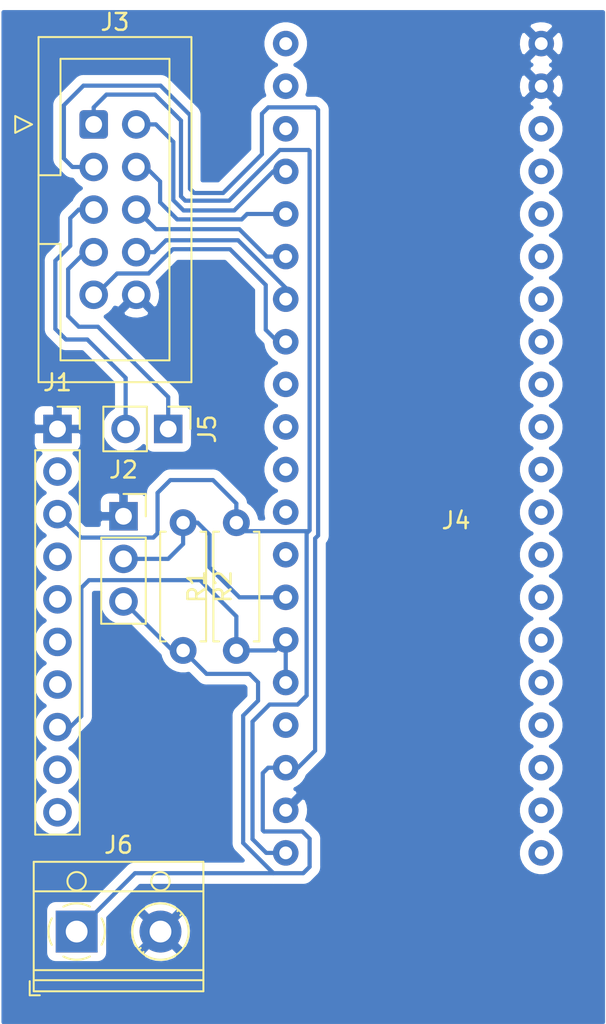
<source format=kicad_pcb>
(kicad_pcb (version 20171130) (host pcbnew 5.1.6)

  (general
    (thickness 1.6)
    (drawings 0)
    (tracks 137)
    (zones 0)
    (modules 8)
    (nets 46)
  )

  (page A4)
  (layers
    (0 F.Cu signal)
    (31 B.Cu signal)
    (32 B.Adhes user)
    (33 F.Adhes user)
    (34 B.Paste user)
    (35 F.Paste user)
    (36 B.SilkS user)
    (37 F.SilkS user)
    (38 B.Mask user)
    (39 F.Mask user)
    (40 Dwgs.User user)
    (41 Cmts.User user)
    (42 Eco1.User user)
    (43 Eco2.User user)
    (44 Edge.Cuts user)
    (45 Margin user)
    (46 B.CrtYd user)
    (47 F.CrtYd user)
    (48 B.Fab user)
    (49 F.Fab user)
  )

  (setup
    (last_trace_width 0.25)
    (user_trace_width 1)
    (trace_clearance 0.2)
    (zone_clearance 0.508)
    (zone_45_only no)
    (trace_min 0.2)
    (via_size 0.8)
    (via_drill 0.4)
    (via_min_size 0.4)
    (via_min_drill 0.3)
    (uvia_size 0.3)
    (uvia_drill 0.1)
    (uvias_allowed no)
    (uvia_min_size 0.2)
    (uvia_min_drill 0.1)
    (edge_width 0.05)
    (segment_width 0.2)
    (pcb_text_width 0.3)
    (pcb_text_size 1.5 1.5)
    (mod_edge_width 0.12)
    (mod_text_size 1 1)
    (mod_text_width 0.15)
    (pad_size 1.524 1.524)
    (pad_drill 0.762)
    (pad_to_mask_clearance 0.05)
    (aux_axis_origin 0 0)
    (visible_elements FFFFFF7F)
    (pcbplotparams
      (layerselection 0x010fc_ffffffff)
      (usegerberextensions false)
      (usegerberattributes true)
      (usegerberadvancedattributes true)
      (creategerberjobfile true)
      (excludeedgelayer true)
      (linewidth 0.100000)
      (plotframeref false)
      (viasonmask false)
      (mode 1)
      (useauxorigin false)
      (hpglpennumber 1)
      (hpglpenspeed 20)
      (hpglpendiameter 15.000000)
      (psnegative false)
      (psa4output false)
      (plotreference true)
      (plotvalue true)
      (plotinvisibletext false)
      (padsonsilk false)
      (subtractmaskfromsilk false)
      (outputformat 1)
      (mirror false)
      (drillshape 1)
      (scaleselection 1)
      (outputdirectory ""))
  )

  (net 0 "")
  (net 1 "Net-(J1-Pad10)")
  (net 2 "Net-(J1-Pad9)")
  (net 3 VCC)
  (net 4 /TEMP_A3)
  (net 5 /TEMP_A2)
  (net 6 /TEMP_A1)
  (net 7 /TEMP_A0)
  (net 8 /TEMP_VIN)
  (net 9 GND)
  (net 10 +5V)
  (net 11 /TX1)
  (net 12 /SWDIO)
  (net 13 /RX1)
  (net 14 /SWCLK)
  (net 15 "Net-(J4-Pad37)")
  (net 16 "Net-(J4-Pad33)")
  (net 17 "Net-(J4-Pad32)")
  (net 18 "Net-(J4-Pad31)")
  (net 19 "Net-(J4-Pad30)")
  (net 20 "Net-(J4-Pad29)")
  (net 21 "Net-(J4-Pad17)")
  (net 22 "Net-(J4-Pad16)")
  (net 23 "Net-(J4-Pad15)")
  (net 24 "Net-(J4-Pad14)")
  (net 25 "Net-(J4-Pad13)")
  (net 26 "Net-(J4-Pad12)")
  (net 27 "Net-(J4-Pad11)")
  (net 28 "Net-(J4-Pad10)")
  (net 29 "Net-(J4-Pad9)")
  (net 30 "Net-(J4-Pad8)")
  (net 31 "Net-(J4-Pad7)")
  (net 32 "Net-(J4-Pad6)")
  (net 33 "Net-(J4-Pad5)")
  (net 34 "Net-(J4-Pad4)")
  (net 35 "Net-(J4-Pad3)")
  (net 36 "Net-(J4-Pad2)")
  (net 37 "Net-(J4-Pad1)")
  (net 38 /OneWire_Read)
  (net 39 "Net-(J4-Pad22)")
  (net 40 "Net-(J4-Pad21)")
  (net 41 /Heater)
  (net 42 /LED)
  (net 43 /BTN)
  (net 44 /USR)
  (net 45 "Net-(J4-Pad23)")

  (net_class Default "This is the default net class."
    (clearance 0.2)
    (trace_width 0.25)
    (via_dia 0.8)
    (via_drill 0.4)
    (uvia_dia 0.3)
    (uvia_drill 0.1)
    (add_net +5V)
    (add_net /BTN)
    (add_net /Heater)
    (add_net /LED)
    (add_net /OneWire_Read)
    (add_net /RX1)
    (add_net /SWCLK)
    (add_net /SWDIO)
    (add_net /TEMP_A0)
    (add_net /TEMP_A1)
    (add_net /TEMP_A2)
    (add_net /TEMP_A3)
    (add_net /TEMP_VIN)
    (add_net /TX1)
    (add_net /USR)
    (add_net GND)
    (add_net "Net-(J1-Pad10)")
    (add_net "Net-(J1-Pad9)")
    (add_net "Net-(J4-Pad1)")
    (add_net "Net-(J4-Pad10)")
    (add_net "Net-(J4-Pad11)")
    (add_net "Net-(J4-Pad12)")
    (add_net "Net-(J4-Pad13)")
    (add_net "Net-(J4-Pad14)")
    (add_net "Net-(J4-Pad15)")
    (add_net "Net-(J4-Pad16)")
    (add_net "Net-(J4-Pad17)")
    (add_net "Net-(J4-Pad2)")
    (add_net "Net-(J4-Pad21)")
    (add_net "Net-(J4-Pad22)")
    (add_net "Net-(J4-Pad23)")
    (add_net "Net-(J4-Pad29)")
    (add_net "Net-(J4-Pad3)")
    (add_net "Net-(J4-Pad30)")
    (add_net "Net-(J4-Pad31)")
    (add_net "Net-(J4-Pad32)")
    (add_net "Net-(J4-Pad33)")
    (add_net "Net-(J4-Pad37)")
    (add_net "Net-(J4-Pad4)")
    (add_net "Net-(J4-Pad5)")
    (add_net "Net-(J4-Pad6)")
    (add_net "Net-(J4-Pad7)")
    (add_net "Net-(J4-Pad8)")
    (add_net "Net-(J4-Pad9)")
    (add_net VCC)
  )

  (module Connector_IDC:IDC-Header_2x05_P2.54mm_Vertical (layer F.Cu) (tedit 5EAC9A07) (tstamp 5F7DC335)
    (at 135.001 75.819)
    (descr "Through hole IDC box header, 2x05, 2.54mm pitch, DIN 41651 / IEC 60603-13, double rows, https://docs.google.com/spreadsheets/d/16SsEcesNF15N3Lb4niX7dcUr-NY5_MFPQhobNuNppn4/edit#gid=0")
    (tags "Through hole vertical IDC box header THT 2x05 2.54mm double row")
    (path /5F987C64)
    (fp_text reference J3 (at 1.27 -6.1) (layer F.SilkS)
      (effects (font (size 1 1) (thickness 0.15)))
    )
    (fp_text value FRONTPANEL (at -4.56946 11.22426 90) (layer F.Fab)
      (effects (font (size 1 1) (thickness 0.15)))
    )
    (fp_text user %R (at 1.27 5.08 90) (layer F.Fab)
      (effects (font (size 1 1) (thickness 0.15)))
    )
    (fp_line (start -3.18 -4.1) (end -2.18 -5.1) (layer F.Fab) (width 0.1))
    (fp_line (start -2.18 -5.1) (end 5.72 -5.1) (layer F.Fab) (width 0.1))
    (fp_line (start 5.72 -5.1) (end 5.72 15.26) (layer F.Fab) (width 0.1))
    (fp_line (start 5.72 15.26) (end -3.18 15.26) (layer F.Fab) (width 0.1))
    (fp_line (start -3.18 15.26) (end -3.18 -4.1) (layer F.Fab) (width 0.1))
    (fp_line (start -3.18 3.03) (end -1.98 3.03) (layer F.Fab) (width 0.1))
    (fp_line (start -1.98 3.03) (end -1.98 -3.91) (layer F.Fab) (width 0.1))
    (fp_line (start -1.98 -3.91) (end 4.52 -3.91) (layer F.Fab) (width 0.1))
    (fp_line (start 4.52 -3.91) (end 4.52 14.07) (layer F.Fab) (width 0.1))
    (fp_line (start 4.52 14.07) (end -1.98 14.07) (layer F.Fab) (width 0.1))
    (fp_line (start -1.98 14.07) (end -1.98 7.13) (layer F.Fab) (width 0.1))
    (fp_line (start -1.98 7.13) (end -1.98 7.13) (layer F.Fab) (width 0.1))
    (fp_line (start -1.98 7.13) (end -3.18 7.13) (layer F.Fab) (width 0.1))
    (fp_line (start -3.29 -5.21) (end 5.83 -5.21) (layer F.SilkS) (width 0.12))
    (fp_line (start 5.83 -5.21) (end 5.83 15.37) (layer F.SilkS) (width 0.12))
    (fp_line (start 5.83 15.37) (end -3.29 15.37) (layer F.SilkS) (width 0.12))
    (fp_line (start -3.29 15.37) (end -3.29 -5.21) (layer F.SilkS) (width 0.12))
    (fp_line (start -3.29 3.03) (end -1.98 3.03) (layer F.SilkS) (width 0.12))
    (fp_line (start -1.98 3.03) (end -1.98 -3.91) (layer F.SilkS) (width 0.12))
    (fp_line (start -1.98 -3.91) (end 4.52 -3.91) (layer F.SilkS) (width 0.12))
    (fp_line (start 4.52 -3.91) (end 4.52 14.07) (layer F.SilkS) (width 0.12))
    (fp_line (start 4.52 14.07) (end -1.98 14.07) (layer F.SilkS) (width 0.12))
    (fp_line (start -1.98 14.07) (end -1.98 7.13) (layer F.SilkS) (width 0.12))
    (fp_line (start -1.98 7.13) (end -1.98 7.13) (layer F.SilkS) (width 0.12))
    (fp_line (start -1.98 7.13) (end -3.29 7.13) (layer F.SilkS) (width 0.12))
    (fp_line (start -3.68 0) (end -4.68 -0.5) (layer F.SilkS) (width 0.12))
    (fp_line (start -4.68 -0.5) (end -4.68 0.5) (layer F.SilkS) (width 0.12))
    (fp_line (start -4.68 0.5) (end -3.68 0) (layer F.SilkS) (width 0.12))
    (fp_line (start -3.68 -5.6) (end -3.68 15.76) (layer F.CrtYd) (width 0.05))
    (fp_line (start -3.68 15.76) (end 6.22 15.76) (layer F.CrtYd) (width 0.05))
    (fp_line (start 6.22 15.76) (end 6.22 -5.6) (layer F.CrtYd) (width 0.05))
    (fp_line (start 6.22 -5.6) (end -3.68 -5.6) (layer F.CrtYd) (width 0.05))
    (pad 10 thru_hole circle (at 2.54 10.16) (size 1.7 1.7) (drill 1) (layers *.Cu *.Mask)
      (net 9 GND))
    (pad 8 thru_hole circle (at 2.54 7.62) (size 1.7 1.7) (drill 1) (layers *.Cu *.Mask)
      (net 13 /RX1))
    (pad 6 thru_hole circle (at 2.54 5.08) (size 1.7 1.7) (drill 1) (layers *.Cu *.Mask)
      (net 11 /TX1))
    (pad 4 thru_hole circle (at 2.54 2.54) (size 1.7 1.7) (drill 1) (layers *.Cu *.Mask)
      (net 42 /LED))
    (pad 2 thru_hole circle (at 2.54 0) (size 1.7 1.7) (drill 1) (layers *.Cu *.Mask)
      (net 43 /BTN))
    (pad 9 thru_hole circle (at 0 10.16) (size 1.7 1.7) (drill 1) (layers *.Cu *.Mask)
      (net 44 /USR))
    (pad 7 thru_hole circle (at 0 7.62) (size 1.7 1.7) (drill 1) (layers *.Cu *.Mask)
      (net 12 /SWDIO))
    (pad 5 thru_hole circle (at 0 5.08) (size 1.7 1.7) (drill 1) (layers *.Cu *.Mask)
      (net 14 /SWCLK))
    (pad 3 thru_hole circle (at 0 2.54) (size 1.7 1.7) (drill 1) (layers *.Cu *.Mask)
      (net 10 +5V))
    (pad 1 thru_hole roundrect (at 0 0) (size 1.7 1.7) (drill 1) (layers *.Cu *.Mask) (roundrect_rratio 0.147059)
      (net 3 VCC))
    (model ${KISYS3DMOD}/Connector_IDC.3dshapes/IDC-Header_2x05_P2.54mm_Vertical.wrl
      (at (xyz 0 0 0))
      (scale (xyz 1 1 1))
      (rotate (xyz 0 0 0))
    )
  )

  (module Bluepill:Bluepill (layer F.Cu) (tedit 5F6C7465) (tstamp 5F7ED69C)
    (at 154.0743 96.4)
    (path /5F7E2019)
    (fp_text reference J4 (at 2.54 3.04) (layer F.SilkS)
      (effects (font (size 1 1) (thickness 0.15)))
    )
    (fp_text value Bluepill (at 0 0) (layer F.Fab)
      (effects (font (size 1 1) (thickness 0.15)))
    )
    (fp_line (start 8.255 24.13) (end 8.89 23.495) (layer F.Fab) (width 0.1))
    (fp_line (start 8.89 23.495) (end 8.89 -26.67) (layer F.Fab) (width 0.1))
    (fp_line (start 6.35 -26.67) (end 6.35 24.13) (layer F.Fab) (width 0.1))
    (fp_line (start 6.35 24.13) (end 8.255 24.13) (layer F.Fab) (width 0.1))
    (fp_line (start 8.89 -26.67) (end 6.35 -26.67) (layer F.Fab) (width 0.1))
    (fp_line (start -6.35 -26.67) (end -6.35 24.13) (layer F.Fab) (width 0.1))
    (fp_line (start -8.89 24.13) (end -8.89 -26.67) (layer F.Fab) (width 0.1))
    (fp_line (start -6.35 -26.67) (end -8.89 -26.67) (layer F.Fab) (width 0.1))
    (fp_line (start -6.35 24.13) (end -8.89 24.13) (layer F.Fab) (width 0.1))
    (fp_line (start 11.43 -27.94) (end 11.43 25.4) (layer F.Fab) (width 0.12))
    (fp_line (start 11.43 25.4) (end -11.43 25.4) (layer F.Fab) (width 0.12))
    (fp_line (start -11.43 25.4) (end -11.43 -27.94) (layer F.Fab) (width 0.12))
    (fp_line (start -11.43 -27.94) (end 11.43 -27.94) (layer F.Fab) (width 0.12))
    (pad 40 thru_hole circle (at -7.62 22.86 180) (size 1.524 1.524) (drill 0.762) (layers *.Cu *.Mask)
      (net 3 VCC))
    (pad 39 thru_hole circle (at -7.62 20.32 180) (size 1.524 1.524) (drill 0.762) (layers *.Cu *.Mask)
      (net 9 GND))
    (pad 38 thru_hole circle (at -7.62 17.78 180) (size 1.524 1.524) (drill 0.762) (layers *.Cu *.Mask)
      (net 10 +5V))
    (pad 37 thru_hole circle (at -7.62 15.24 180) (size 1.524 1.524) (drill 0.762) (layers *.Cu *.Mask)
      (net 15 "Net-(J4-Pad37)"))
    (pad 36 thru_hole circle (at -7.62 12.7 180) (size 1.524 1.524) (drill 0.762) (layers *.Cu *.Mask)
      (net 38 /OneWire_Read))
    (pad 35 thru_hole circle (at -7.62 10.16 180) (size 1.524 1.524) (drill 0.762) (layers *.Cu *.Mask)
      (net 38 /OneWire_Read))
    (pad 34 thru_hole circle (at -7.62 7.62 180) (size 1.524 1.524) (drill 0.762) (layers *.Cu *.Mask)
      (net 41 /Heater))
    (pad 33 thru_hole circle (at -7.62 5.08 180) (size 1.524 1.524) (drill 0.762) (layers *.Cu *.Mask)
      (net 16 "Net-(J4-Pad33)"))
    (pad 32 thru_hole circle (at -7.62 2.54 180) (size 1.524 1.524) (drill 0.762) (layers *.Cu *.Mask)
      (net 17 "Net-(J4-Pad32)"))
    (pad 31 thru_hole circle (at -7.62 0 180) (size 1.524 1.524) (drill 0.762) (layers *.Cu *.Mask)
      (net 18 "Net-(J4-Pad31)"))
    (pad 30 thru_hole circle (at -7.62 -2.54 180) (size 1.524 1.524) (drill 0.762) (layers *.Cu *.Mask)
      (net 19 "Net-(J4-Pad30)"))
    (pad 29 thru_hole circle (at -7.62 -5.08 180) (size 1.524 1.524) (drill 0.762) (layers *.Cu *.Mask)
      (net 20 "Net-(J4-Pad29)"))
    (pad 28 thru_hole circle (at -7.62 -7.62 180) (size 1.524 1.524) (drill 0.762) (layers *.Cu *.Mask)
      (net 44 /USR))
    (pad 27 thru_hole circle (at -7.62 -10.16 180) (size 1.524 1.524) (drill 0.762) (layers *.Cu *.Mask)
      (net 13 /RX1))
    (pad 26 thru_hole circle (at -7.62 -12.7 180) (size 1.524 1.524) (drill 0.762) (layers *.Cu *.Mask)
      (net 11 /TX1))
    (pad 25 thru_hole circle (at -7.62 -15.24 180) (size 1.524 1.524) (drill 0.762) (layers *.Cu *.Mask)
      (net 42 /LED))
    (pad 24 thru_hole circle (at -7.62 -17.78 180) (size 1.524 1.524) (drill 0.762) (layers *.Cu *.Mask)
      (net 43 /BTN))
    (pad 23 thru_hole circle (at -7.62 -20.32 180) (size 1.524 1.524) (drill 0.762) (layers *.Cu *.Mask)
      (net 45 "Net-(J4-Pad23)"))
    (pad 22 thru_hole circle (at -7.62 -22.86 180) (size 1.524 1.524) (drill 0.762) (layers *.Cu *.Mask)
      (net 39 "Net-(J4-Pad22)"))
    (pad 21 thru_hole circle (at -7.62 -25.4 180) (size 1.524 1.524) (drill 0.762) (layers *.Cu *.Mask)
      (net 40 "Net-(J4-Pad21)"))
    (pad 20 thru_hole circle (at 7.62 -25.4 180) (size 1.524 1.524) (drill 0.762) (layers *.Cu *.Mask)
      (net 9 GND))
    (pad 19 thru_hole circle (at 7.62 -22.86 180) (size 1.524 1.524) (drill 0.762) (layers *.Cu *.Mask)
      (net 9 GND))
    (pad 18 thru_hole circle (at 7.62 -20.32 180) (size 1.524 1.524) (drill 0.762) (layers *.Cu *.Mask)
      (net 3 VCC))
    (pad 17 thru_hole circle (at 7.62 -17.78 180) (size 1.524 1.524) (drill 0.762) (layers *.Cu *.Mask)
      (net 21 "Net-(J4-Pad17)"))
    (pad 16 thru_hole circle (at 7.62 -15.24 180) (size 1.524 1.524) (drill 0.762) (layers *.Cu *.Mask)
      (net 22 "Net-(J4-Pad16)"))
    (pad 15 thru_hole circle (at 7.62 -12.7 180) (size 1.524 1.524) (drill 0.762) (layers *.Cu *.Mask)
      (net 23 "Net-(J4-Pad15)"))
    (pad 14 thru_hole circle (at 7.62 -10.16 180) (size 1.524 1.524) (drill 0.762) (layers *.Cu *.Mask)
      (net 24 "Net-(J4-Pad14)"))
    (pad 13 thru_hole circle (at 7.62 -7.62 180) (size 1.524 1.524) (drill 0.762) (layers *.Cu *.Mask)
      (net 25 "Net-(J4-Pad13)"))
    (pad 12 thru_hole circle (at 7.62 -5.08 180) (size 1.524 1.524) (drill 0.762) (layers *.Cu *.Mask)
      (net 26 "Net-(J4-Pad12)"))
    (pad 11 thru_hole circle (at 7.62 -2.54 180) (size 1.524 1.524) (drill 0.762) (layers *.Cu *.Mask)
      (net 27 "Net-(J4-Pad11)"))
    (pad 10 thru_hole circle (at 7.62 0 180) (size 1.524 1.524) (drill 0.762) (layers *.Cu *.Mask)
      (net 28 "Net-(J4-Pad10)"))
    (pad 9 thru_hole circle (at 7.62 2.54 180) (size 1.524 1.524) (drill 0.762) (layers *.Cu *.Mask)
      (net 29 "Net-(J4-Pad9)"))
    (pad 8 thru_hole circle (at 7.62 5.08 180) (size 1.524 1.524) (drill 0.762) (layers *.Cu *.Mask)
      (net 30 "Net-(J4-Pad8)"))
    (pad 7 thru_hole circle (at 7.62 7.62 180) (size 1.524 1.524) (drill 0.762) (layers *.Cu *.Mask)
      (net 31 "Net-(J4-Pad7)"))
    (pad 6 thru_hole circle (at 7.62 10.16 180) (size 1.524 1.524) (drill 0.762) (layers *.Cu *.Mask)
      (net 32 "Net-(J4-Pad6)"))
    (pad 5 thru_hole circle (at 7.62 12.7 180) (size 1.524 1.524) (drill 0.762) (layers *.Cu *.Mask)
      (net 33 "Net-(J4-Pad5)"))
    (pad 4 thru_hole circle (at 7.62 15.24 180) (size 1.524 1.524) (drill 0.762) (layers *.Cu *.Mask)
      (net 34 "Net-(J4-Pad4)"))
    (pad 3 thru_hole circle (at 7.62 17.78 180) (size 1.524 1.524) (drill 0.762) (layers *.Cu *.Mask)
      (net 35 "Net-(J4-Pad3)"))
    (pad 2 thru_hole circle (at 7.62 20.32 180) (size 1.524 1.524) (drill 0.762) (layers *.Cu *.Mask)
      (net 36 "Net-(J4-Pad2)"))
    (pad 1 thru_hole circle (at 7.62 22.86 180) (size 1.524 1.524) (drill 0.762) (layers *.Cu *.Mask)
      (net 37 "Net-(J4-Pad1)"))
  )

  (module Connector_PinSocket_2.54mm:PinSocket_1x03_P2.54mm_Vertical (layer F.Cu) (tedit 5A19A429) (tstamp 5F7EC161)
    (at 136.779 99.187)
    (descr "Through hole straight socket strip, 1x03, 2.54mm pitch, single row (from Kicad 4.0.7), script generated")
    (tags "Through hole socket strip THT 1x03 2.54mm single row")
    (path /5F82CB4D)
    (fp_text reference J2 (at 0 -2.77) (layer F.SilkS)
      (effects (font (size 1 1) (thickness 0.15)))
    )
    (fp_text value HEATER_RELAY (at -2.55778 1.76022 90) (layer F.Fab)
      (effects (font (size 1 1) (thickness 0.15)))
    )
    (fp_text user %R (at 0 2.54 90) (layer F.Fab)
      (effects (font (size 1 1) (thickness 0.15)))
    )
    (fp_line (start -1.27 -1.27) (end 0.635 -1.27) (layer F.Fab) (width 0.1))
    (fp_line (start 0.635 -1.27) (end 1.27 -0.635) (layer F.Fab) (width 0.1))
    (fp_line (start 1.27 -0.635) (end 1.27 6.35) (layer F.Fab) (width 0.1))
    (fp_line (start 1.27 6.35) (end -1.27 6.35) (layer F.Fab) (width 0.1))
    (fp_line (start -1.27 6.35) (end -1.27 -1.27) (layer F.Fab) (width 0.1))
    (fp_line (start -1.33 1.27) (end 1.33 1.27) (layer F.SilkS) (width 0.12))
    (fp_line (start -1.33 1.27) (end -1.33 6.41) (layer F.SilkS) (width 0.12))
    (fp_line (start -1.33 6.41) (end 1.33 6.41) (layer F.SilkS) (width 0.12))
    (fp_line (start 1.33 1.27) (end 1.33 6.41) (layer F.SilkS) (width 0.12))
    (fp_line (start 1.33 -1.33) (end 1.33 0) (layer F.SilkS) (width 0.12))
    (fp_line (start 0 -1.33) (end 1.33 -1.33) (layer F.SilkS) (width 0.12))
    (fp_line (start -1.8 -1.8) (end 1.75 -1.8) (layer F.CrtYd) (width 0.05))
    (fp_line (start 1.75 -1.8) (end 1.75 6.85) (layer F.CrtYd) (width 0.05))
    (fp_line (start 1.75 6.85) (end -1.8 6.85) (layer F.CrtYd) (width 0.05))
    (fp_line (start -1.8 6.85) (end -1.8 -1.8) (layer F.CrtYd) (width 0.05))
    (pad 3 thru_hole oval (at 0 5.08) (size 1.7 1.7) (drill 1) (layers *.Cu *.Mask)
      (net 10 +5V))
    (pad 2 thru_hole oval (at 0 2.54) (size 1.7 1.7) (drill 1) (layers *.Cu *.Mask)
      (net 41 /Heater))
    (pad 1 thru_hole rect (at 0 0) (size 1.7 1.7) (drill 1) (layers *.Cu *.Mask)
      (net 9 GND))
    (model ${KISYS3DMOD}/Connector_PinSocket_2.54mm.3dshapes/PinSocket_1x03_P2.54mm_Vertical.wrl
      (at (xyz 0 0 0))
      (scale (xyz 1 1 1))
      (rotate (xyz 0 0 0))
    )
  )

  (module Resistor_THT:R_Axial_DIN0207_L6.3mm_D2.5mm_P7.62mm_Horizontal (layer F.Cu) (tedit 5AE5139B) (tstamp 5F7EC0C8)
    (at 140.335 99.568 270)
    (descr "Resistor, Axial_DIN0207 series, Axial, Horizontal, pin pitch=7.62mm, 0.25W = 1/4W, length*diameter=6.3*2.5mm^2, http://cdn-reichelt.de/documents/datenblatt/B400/1_4W%23YAG.pdf")
    (tags "Resistor Axial_DIN0207 series Axial Horizontal pin pitch 7.62mm 0.25W = 1/4W length 6.3mm diameter 2.5mm")
    (path /5F7CA1CD)
    (fp_text reference R2 (at 3.81 -2.37 90) (layer F.SilkS)
      (effects (font (size 1 1) (thickness 0.15)))
    )
    (fp_text value 1k (at 3.81 2.37 90) (layer F.Fab)
      (effects (font (size 1 1) (thickness 0.15)))
    )
    (fp_text user %R (at 3.81 0 90) (layer F.Fab)
      (effects (font (size 1 1) (thickness 0.15)))
    )
    (fp_line (start 0.66 -1.25) (end 0.66 1.25) (layer F.Fab) (width 0.1))
    (fp_line (start 0.66 1.25) (end 6.96 1.25) (layer F.Fab) (width 0.1))
    (fp_line (start 6.96 1.25) (end 6.96 -1.25) (layer F.Fab) (width 0.1))
    (fp_line (start 6.96 -1.25) (end 0.66 -1.25) (layer F.Fab) (width 0.1))
    (fp_line (start 0 0) (end 0.66 0) (layer F.Fab) (width 0.1))
    (fp_line (start 7.62 0) (end 6.96 0) (layer F.Fab) (width 0.1))
    (fp_line (start 0.54 -1.04) (end 0.54 -1.37) (layer F.SilkS) (width 0.12))
    (fp_line (start 0.54 -1.37) (end 7.08 -1.37) (layer F.SilkS) (width 0.12))
    (fp_line (start 7.08 -1.37) (end 7.08 -1.04) (layer F.SilkS) (width 0.12))
    (fp_line (start 0.54 1.04) (end 0.54 1.37) (layer F.SilkS) (width 0.12))
    (fp_line (start 0.54 1.37) (end 7.08 1.37) (layer F.SilkS) (width 0.12))
    (fp_line (start 7.08 1.37) (end 7.08 1.04) (layer F.SilkS) (width 0.12))
    (fp_line (start -1.05 -1.5) (end -1.05 1.5) (layer F.CrtYd) (width 0.05))
    (fp_line (start -1.05 1.5) (end 8.67 1.5) (layer F.CrtYd) (width 0.05))
    (fp_line (start 8.67 1.5) (end 8.67 -1.5) (layer F.CrtYd) (width 0.05))
    (fp_line (start 8.67 -1.5) (end -1.05 -1.5) (layer F.CrtYd) (width 0.05))
    (pad 2 thru_hole oval (at 7.62 0 270) (size 1.6 1.6) (drill 0.8) (layers *.Cu *.Mask)
      (net 10 +5V))
    (pad 1 thru_hole circle (at 0 0 270) (size 1.6 1.6) (drill 0.8) (layers *.Cu *.Mask)
      (net 41 /Heater))
    (model ${KISYS3DMOD}/Resistor_THT.3dshapes/R_Axial_DIN0207_L6.3mm_D2.5mm_P7.62mm_Horizontal.wrl
      (at (xyz 0 0 0))
      (scale (xyz 1 1 1))
      (rotate (xyz 0 0 0))
    )
  )

  (module Resistor_THT:R_Axial_DIN0207_L6.3mm_D2.5mm_P7.62mm_Horizontal (layer F.Cu) (tedit 5AE5139B) (tstamp 5F7DA8D7)
    (at 143.51 107.188 90)
    (descr "Resistor, Axial_DIN0207 series, Axial, Horizontal, pin pitch=7.62mm, 0.25W = 1/4W, length*diameter=6.3*2.5mm^2, http://cdn-reichelt.de/documents/datenblatt/B400/1_4W%23YAG.pdf")
    (tags "Resistor Axial_DIN0207 series Axial Horizontal pin pitch 7.62mm 0.25W = 1/4W length 6.3mm diameter 2.5mm")
    (path /5F7CA5B9)
    (fp_text reference R1 (at 3.81 -2.37 90) (layer F.SilkS)
      (effects (font (size 1 1) (thickness 0.15)))
    )
    (fp_text value 4k7 (at 3.81 2.37 90) (layer F.Fab)
      (effects (font (size 1 1) (thickness 0.15)))
    )
    (fp_text user %R (at 3.81 0 90) (layer F.Fab)
      (effects (font (size 1 1) (thickness 0.15)))
    )
    (fp_line (start 0.66 -1.25) (end 0.66 1.25) (layer F.Fab) (width 0.1))
    (fp_line (start 0.66 1.25) (end 6.96 1.25) (layer F.Fab) (width 0.1))
    (fp_line (start 6.96 1.25) (end 6.96 -1.25) (layer F.Fab) (width 0.1))
    (fp_line (start 6.96 -1.25) (end 0.66 -1.25) (layer F.Fab) (width 0.1))
    (fp_line (start 0 0) (end 0.66 0) (layer F.Fab) (width 0.1))
    (fp_line (start 7.62 0) (end 6.96 0) (layer F.Fab) (width 0.1))
    (fp_line (start 0.54 -1.04) (end 0.54 -1.37) (layer F.SilkS) (width 0.12))
    (fp_line (start 0.54 -1.37) (end 7.08 -1.37) (layer F.SilkS) (width 0.12))
    (fp_line (start 7.08 -1.37) (end 7.08 -1.04) (layer F.SilkS) (width 0.12))
    (fp_line (start 0.54 1.04) (end 0.54 1.37) (layer F.SilkS) (width 0.12))
    (fp_line (start 0.54 1.37) (end 7.08 1.37) (layer F.SilkS) (width 0.12))
    (fp_line (start 7.08 1.37) (end 7.08 1.04) (layer F.SilkS) (width 0.12))
    (fp_line (start -1.05 -1.5) (end -1.05 1.5) (layer F.CrtYd) (width 0.05))
    (fp_line (start -1.05 1.5) (end 8.67 1.5) (layer F.CrtYd) (width 0.05))
    (fp_line (start 8.67 1.5) (end 8.67 -1.5) (layer F.CrtYd) (width 0.05))
    (fp_line (start 8.67 -1.5) (end -1.05 -1.5) (layer F.CrtYd) (width 0.05))
    (pad 2 thru_hole oval (at 7.62 0 90) (size 1.6 1.6) (drill 0.8) (layers *.Cu *.Mask)
      (net 3 VCC))
    (pad 1 thru_hole circle (at 0 0 90) (size 1.6 1.6) (drill 0.8) (layers *.Cu *.Mask)
      (net 38 /OneWire_Read))
    (model ${KISYS3DMOD}/Resistor_THT.3dshapes/R_Axial_DIN0207_L6.3mm_D2.5mm_P7.62mm_Horizontal.wrl
      (at (xyz 0 0 0))
      (scale (xyz 1 1 1))
      (rotate (xyz 0 0 0))
    )
  )

  (module TerminalBlock_RND:TerminalBlock_RND_205-00012_1x02_P5.00mm_Horizontal (layer F.Cu) (tedit 5B294F52) (tstamp 5F7D9B16)
    (at 133.985 123.952)
    (descr "terminal block RND 205-00012, 2 pins, pitch 5mm, size 10x7.6mm^2, drill diamater 1.3mm, pad diameter 2.5mm, see http://cdn-reichelt.de/documents/datenblatt/C151/RND_205-00012_DB_EN.pdf, script-generated using https://github.com/pointhi/kicad-footprint-generator/scripts/TerminalBlock_RND")
    (tags "THT terminal block RND 205-00012 pitch 5mm size 10x7.6mm^2 drill 1.3mm pad 2.5mm")
    (path /5F91F4BD)
    (fp_text reference J6 (at 2.5 -5.16) (layer F.SilkS)
      (effects (font (size 1 1) (thickness 0.15)))
    )
    (fp_text value "5V DC" (at 2.5 4.56) (layer F.Fab)
      (effects (font (size 1 1) (thickness 0.15)))
    )
    (fp_text user %R (at 2.5 -5.16) (layer F.Fab)
      (effects (font (size 1 1) (thickness 0.15)))
    )
    (fp_arc (start 0 0) (end -0.789 1.484) (angle -29) (layer F.SilkS) (width 0.12))
    (fp_arc (start 0 0) (end -1.484 -0.789) (angle -56) (layer F.SilkS) (width 0.12))
    (fp_arc (start 0 0) (end 0.789 -1.484) (angle -56) (layer F.SilkS) (width 0.12))
    (fp_arc (start 0 0) (end 1.484 0.789) (angle -56) (layer F.SilkS) (width 0.12))
    (fp_arc (start 0 0) (end 0 1.68) (angle -28) (layer F.SilkS) (width 0.12))
    (fp_circle (center 0 0) (end 1.5 0) (layer F.Fab) (width 0.1))
    (fp_circle (center 0 -3) (end 0.55 -3) (layer F.Fab) (width 0.1))
    (fp_circle (center 0 -3) (end 0.55 -3) (layer F.SilkS) (width 0.12))
    (fp_circle (center 5 0) (end 6.5 0) (layer F.Fab) (width 0.1))
    (fp_circle (center 5 0) (end 6.68 0) (layer F.SilkS) (width 0.12))
    (fp_circle (center 5 -3) (end 5.55 -3) (layer F.Fab) (width 0.1))
    (fp_circle (center 5 -3) (end 5.55 -3) (layer F.SilkS) (width 0.12))
    (fp_line (start -2.5 -4.1) (end 7.5 -4.1) (layer F.Fab) (width 0.1))
    (fp_line (start 7.5 -4.1) (end 7.5 3.5) (layer F.Fab) (width 0.1))
    (fp_line (start 7.5 3.5) (end -1.9 3.5) (layer F.Fab) (width 0.1))
    (fp_line (start -1.9 3.5) (end -2.5 2.9) (layer F.Fab) (width 0.1))
    (fp_line (start -2.5 2.9) (end -2.5 -4.1) (layer F.Fab) (width 0.1))
    (fp_line (start -2.5 2.9) (end 7.5 2.9) (layer F.Fab) (width 0.1))
    (fp_line (start -2.56 2.9) (end 7.56 2.9) (layer F.SilkS) (width 0.12))
    (fp_line (start -2.5 2.3) (end 7.5 2.3) (layer F.Fab) (width 0.1))
    (fp_line (start -2.56 2.3) (end 7.56 2.3) (layer F.SilkS) (width 0.12))
    (fp_line (start -2.5 -2.4) (end 7.5 -2.4) (layer F.Fab) (width 0.1))
    (fp_line (start -2.56 -2.4) (end 7.56 -2.4) (layer F.SilkS) (width 0.12))
    (fp_line (start -2.56 -4.16) (end 7.56 -4.16) (layer F.SilkS) (width 0.12))
    (fp_line (start -2.56 3.561) (end 7.56 3.561) (layer F.SilkS) (width 0.12))
    (fp_line (start -2.56 -4.16) (end -2.56 3.561) (layer F.SilkS) (width 0.12))
    (fp_line (start 7.56 -4.16) (end 7.56 3.561) (layer F.SilkS) (width 0.12))
    (fp_line (start 1.138 -0.955) (end -0.955 1.138) (layer F.Fab) (width 0.1))
    (fp_line (start 0.955 -1.138) (end -1.138 0.955) (layer F.Fab) (width 0.1))
    (fp_line (start 6.138 -0.955) (end 4.046 1.138) (layer F.Fab) (width 0.1))
    (fp_line (start 5.955 -1.138) (end 3.863 0.955) (layer F.Fab) (width 0.1))
    (fp_line (start 6.275 -1.069) (end 6.181 -0.976) (layer F.SilkS) (width 0.12))
    (fp_line (start 3.99 1.216) (end 3.931 1.274) (layer F.SilkS) (width 0.12))
    (fp_line (start 6.07 -1.275) (end 6.011 -1.216) (layer F.SilkS) (width 0.12))
    (fp_line (start 3.82 0.976) (end 3.726 1.069) (layer F.SilkS) (width 0.12))
    (fp_line (start -2.8 2.96) (end -2.8 3.8) (layer F.SilkS) (width 0.12))
    (fp_line (start -2.8 3.8) (end -2.2 3.8) (layer F.SilkS) (width 0.12))
    (fp_line (start -3 -4.6) (end -3 4) (layer F.CrtYd) (width 0.05))
    (fp_line (start -3 4) (end 8 4) (layer F.CrtYd) (width 0.05))
    (fp_line (start 8 4) (end 8 -4.6) (layer F.CrtYd) (width 0.05))
    (fp_line (start 8 -4.6) (end -3 -4.6) (layer F.CrtYd) (width 0.05))
    (pad 2 thru_hole circle (at 5 0) (size 2.5 2.5) (drill 1.3) (layers *.Cu *.Mask)
      (net 9 GND))
    (pad 1 thru_hole rect (at 0 0) (size 2.5 2.5) (drill 1.3) (layers *.Cu *.Mask)
      (net 10 +5V))
    (model ${KISYS3DMOD}/TerminalBlock_RND.3dshapes/TerminalBlock_RND_205-00012_1x02_P5.00mm_Horizontal.wrl
      (at (xyz 0 0 0))
      (scale (xyz 1 1 1))
      (rotate (xyz 0 0 0))
    )
  )

  (module Connector_PinHeader_2.54mm:PinHeader_1x02_P2.54mm_Vertical (layer F.Cu) (tedit 59FED5CC) (tstamp 5F7EC1A2)
    (at 139.446 93.98 270)
    (descr "Through hole straight pin header, 1x02, 2.54mm pitch, single row")
    (tags "Through hole pin header THT 1x02 2.54mm single row")
    (path /5F93F783)
    (fp_text reference J5 (at 0 -2.33 90) (layer F.SilkS)
      (effects (font (size 1 1) (thickness 0.15)))
    )
    (fp_text value SWD (at 0.127 -3.51536 270) (layer F.Fab)
      (effects (font (size 1 1) (thickness 0.15)))
    )
    (fp_text user %R (at 0 1.27) (layer F.Fab)
      (effects (font (size 1 1) (thickness 0.15)))
    )
    (fp_line (start -0.635 -1.27) (end 1.27 -1.27) (layer F.Fab) (width 0.1))
    (fp_line (start 1.27 -1.27) (end 1.27 3.81) (layer F.Fab) (width 0.1))
    (fp_line (start 1.27 3.81) (end -1.27 3.81) (layer F.Fab) (width 0.1))
    (fp_line (start -1.27 3.81) (end -1.27 -0.635) (layer F.Fab) (width 0.1))
    (fp_line (start -1.27 -0.635) (end -0.635 -1.27) (layer F.Fab) (width 0.1))
    (fp_line (start -1.33 3.87) (end 1.33 3.87) (layer F.SilkS) (width 0.12))
    (fp_line (start -1.33 1.27) (end -1.33 3.87) (layer F.SilkS) (width 0.12))
    (fp_line (start 1.33 1.27) (end 1.33 3.87) (layer F.SilkS) (width 0.12))
    (fp_line (start -1.33 1.27) (end 1.33 1.27) (layer F.SilkS) (width 0.12))
    (fp_line (start -1.33 0) (end -1.33 -1.33) (layer F.SilkS) (width 0.12))
    (fp_line (start -1.33 -1.33) (end 0 -1.33) (layer F.SilkS) (width 0.12))
    (fp_line (start -1.8 -1.8) (end -1.8 4.35) (layer F.CrtYd) (width 0.05))
    (fp_line (start -1.8 4.35) (end 1.8 4.35) (layer F.CrtYd) (width 0.05))
    (fp_line (start 1.8 4.35) (end 1.8 -1.8) (layer F.CrtYd) (width 0.05))
    (fp_line (start 1.8 -1.8) (end -1.8 -1.8) (layer F.CrtYd) (width 0.05))
    (pad 2 thru_hole oval (at 0 2.54 270) (size 1.7 1.7) (drill 1) (layers *.Cu *.Mask)
      (net 14 /SWCLK))
    (pad 1 thru_hole rect (at 0 0 270) (size 1.7 1.7) (drill 1) (layers *.Cu *.Mask)
      (net 12 /SWDIO))
    (model ${KISYS3DMOD}/Connector_PinHeader_2.54mm.3dshapes/PinHeader_1x02_P2.54mm_Vertical.wrl
      (at (xyz 0 0 0))
      (scale (xyz 1 1 1))
      (rotate (xyz 0 0 0))
    )
  )

  (module Connector_PinSocket_2.54mm:PinSocket_1x10_P2.54mm_Vertical (layer F.Cu) (tedit 5A19A425) (tstamp 5F7EC111)
    (at 132.842 93.98)
    (descr "Through hole straight socket strip, 1x10, 2.54mm pitch, single row (from Kicad 4.0.7), script generated")
    (tags "Through hole socket strip THT 1x10 2.54mm single row")
    (path /5F7EB242)
    (fp_text reference J1 (at 0 -2.77) (layer F.SilkS)
      (effects (font (size 1 1) (thickness 0.15)))
    )
    (fp_text value TEMP_SENSOR (at -2.58064 19.54022 90) (layer F.Fab)
      (effects (font (size 1 1) (thickness 0.15)))
    )
    (fp_text user %R (at 0 11.43 90) (layer F.Fab)
      (effects (font (size 1 1) (thickness 0.15)))
    )
    (fp_line (start -1.27 -1.27) (end 0.635 -1.27) (layer F.Fab) (width 0.1))
    (fp_line (start 0.635 -1.27) (end 1.27 -0.635) (layer F.Fab) (width 0.1))
    (fp_line (start 1.27 -0.635) (end 1.27 24.13) (layer F.Fab) (width 0.1))
    (fp_line (start 1.27 24.13) (end -1.27 24.13) (layer F.Fab) (width 0.1))
    (fp_line (start -1.27 24.13) (end -1.27 -1.27) (layer F.Fab) (width 0.1))
    (fp_line (start -1.33 1.27) (end 1.33 1.27) (layer F.SilkS) (width 0.12))
    (fp_line (start -1.33 1.27) (end -1.33 24.19) (layer F.SilkS) (width 0.12))
    (fp_line (start -1.33 24.19) (end 1.33 24.19) (layer F.SilkS) (width 0.12))
    (fp_line (start 1.33 1.27) (end 1.33 24.19) (layer F.SilkS) (width 0.12))
    (fp_line (start 1.33 -1.33) (end 1.33 0) (layer F.SilkS) (width 0.12))
    (fp_line (start 0 -1.33) (end 1.33 -1.33) (layer F.SilkS) (width 0.12))
    (fp_line (start -1.8 -1.8) (end 1.75 -1.8) (layer F.CrtYd) (width 0.05))
    (fp_line (start 1.75 -1.8) (end 1.75 24.6) (layer F.CrtYd) (width 0.05))
    (fp_line (start 1.75 24.6) (end -1.8 24.6) (layer F.CrtYd) (width 0.05))
    (fp_line (start -1.8 24.6) (end -1.8 -1.8) (layer F.CrtYd) (width 0.05))
    (pad 10 thru_hole oval (at 0 22.86) (size 1.7 1.7) (drill 1) (layers *.Cu *.Mask)
      (net 1 "Net-(J1-Pad10)"))
    (pad 9 thru_hole oval (at 0 20.32) (size 1.7 1.7) (drill 1) (layers *.Cu *.Mask)
      (net 2 "Net-(J1-Pad9)"))
    (pad 8 thru_hole oval (at 0 17.78) (size 1.7 1.7) (drill 1) (layers *.Cu *.Mask)
      (net 38 /OneWire_Read))
    (pad 7 thru_hole oval (at 0 15.24) (size 1.7 1.7) (drill 1) (layers *.Cu *.Mask)
      (net 4 /TEMP_A3))
    (pad 6 thru_hole oval (at 0 12.7) (size 1.7 1.7) (drill 1) (layers *.Cu *.Mask)
      (net 5 /TEMP_A2))
    (pad 5 thru_hole oval (at 0 10.16) (size 1.7 1.7) (drill 1) (layers *.Cu *.Mask)
      (net 6 /TEMP_A1))
    (pad 4 thru_hole oval (at 0 7.62) (size 1.7 1.7) (drill 1) (layers *.Cu *.Mask)
      (net 7 /TEMP_A0))
    (pad 3 thru_hole oval (at 0 5.08) (size 1.7 1.7) (drill 1) (layers *.Cu *.Mask)
      (net 3 VCC))
    (pad 2 thru_hole oval (at 0 2.54) (size 1.7 1.7) (drill 1) (layers *.Cu *.Mask)
      (net 8 /TEMP_VIN))
    (pad 1 thru_hole rect (at 0 0) (size 1.7 1.7) (drill 1) (layers *.Cu *.Mask)
      (net 9 GND))
    (model ${KISYS3DMOD}/Connector_PinSocket_2.54mm.3dshapes/PinSocket_1x10_P2.54mm_Vertical.wrl
      (at (xyz 0 0 0))
      (scale (xyz 1 1 1))
      (rotate (xyz 0 0 0))
    )
  )

  (segment (start 135.001 78.359) (end 134.239 78.359) (width 0.25) (layer B.Cu) (net 10))
  (segment (start 142.113 97.028) (end 139.573 97.028) (width 0.25) (layer B.Cu) (net 3))
  (segment (start 143.51 99.568) (end 143.51 98.425) (width 0.25) (layer B.Cu) (net 3))
  (segment (start 138.811 100.203) (end 138.557 100.457) (width 0.25) (layer B.Cu) (net 3))
  (segment (start 143.51 98.425) (end 142.113 97.028) (width 0.25) (layer B.Cu) (net 3))
  (segment (start 138.811 97.79) (end 138.811 100.203) (width 0.25) (layer B.Cu) (net 3))
  (segment (start 134.239 100.457) (end 132.842 99.06) (width 0.25) (layer B.Cu) (net 3))
  (segment (start 139.573 97.028) (end 138.811 97.79) (width 0.25) (layer B.Cu) (net 3))
  (segment (start 144.018 100.076) (end 143.51 99.568) (width 0.25) (layer B.Cu) (net 3))
  (segment (start 147.828 100.076) (end 144.018 100.076) (width 0.25) (layer B.Cu) (net 3))
  (segment (start 138.557 100.457) (end 135.382 100.457) (width 0.25) (layer B.Cu) (net 3))
  (segment (start 135.382 100.457) (end 134.239 100.457) (width 0.25) (layer B.Cu) (net 3))
  (segment (start 147.701 109.8804) (end 147.701 100.203) (width 0.25) (layer B.Cu) (net 3))
  (segment (start 145.295 119.26) (end 144.4752 118.4402) (width 0.25) (layer B.Cu) (net 3))
  (segment (start 147.701 100.203) (end 147.828 100.076) (width 0.25) (layer B.Cu) (net 3))
  (segment (start 146.4543 119.26) (end 145.295 119.26) (width 0.25) (layer B.Cu) (net 3))
  (segment (start 144.4752 118.4402) (end 144.4752 111.4298) (width 0.25) (layer B.Cu) (net 3))
  (segment (start 147.1676 110.4138) (end 147.701 109.8804) (width 0.25) (layer B.Cu) (net 3))
  (segment (start 145.4912 110.4138) (end 147.1676 110.4138) (width 0.25) (layer B.Cu) (net 3))
  (segment (start 144.4752 111.4298) (end 145.4912 110.4138) (width 0.25) (layer B.Cu) (net 3))
  (segment (start 147.8788 100.0252) (end 147.828 100.076) (width 0.25) (layer B.Cu) (net 3))
  (segment (start 140.208 75.5904) (end 140.208 80.1116) (width 0.25) (layer B.Cu) (net 3))
  (segment (start 138.6586 74.041) (end 140.208 75.5904) (width 0.25) (layer B.Cu) (net 3))
  (segment (start 143.0782 80.3656) (end 146.1008 77.343) (width 0.25) (layer B.Cu) (net 3))
  (segment (start 147.8788 77.3938) (end 147.8788 100.0252) (width 0.25) (layer B.Cu) (net 3))
  (segment (start 135.001 75.819) (end 135.001 74.803) (width 0.25) (layer B.Cu) (net 3))
  (segment (start 135.001 74.803) (end 135.763 74.041) (width 0.25) (layer B.Cu) (net 3))
  (segment (start 135.763 74.041) (end 138.6586 74.041) (width 0.25) (layer B.Cu) (net 3))
  (segment (start 140.208 80.1116) (end 140.462 80.3656) (width 0.25) (layer B.Cu) (net 3))
  (segment (start 140.462 80.3656) (end 143.0782 80.3656) (width 0.25) (layer B.Cu) (net 3))
  (segment (start 146.1008 77.343) (end 147.828 77.343) (width 0.25) (layer B.Cu) (net 3))
  (segment (start 147.828 77.343) (end 147.8788 77.3938) (width 0.25) (layer B.Cu) (net 3))
  (segment (start 139.7 107.188) (end 140.335 107.188) (width 0.25) (layer B.Cu) (net 10))
  (segment (start 136.779 104.267) (end 139.7 107.188) (width 0.25) (layer B.Cu) (net 10))
  (segment (start 145.408 114.18) (end 146.4543 114.18) (width 0.25) (layer B.Cu) (net 10))
  (segment (start 145.0848 114.5032) (end 145.408 114.18) (width 0.25) (layer B.Cu) (net 10))
  (segment (start 145.0848 117.9068) (end 145.0848 114.5032) (width 0.25) (layer B.Cu) (net 10))
  (segment (start 145.161 117.983) (end 145.0848 117.9068) (width 0.25) (layer B.Cu) (net 10))
  (segment (start 147.447 117.983) (end 145.161 117.983) (width 0.25) (layer B.Cu) (net 10))
  (segment (start 137.4648 120.4722) (end 147.4978 120.4722) (width 0.25) (layer B.Cu) (net 10))
  (segment (start 147.4978 120.4722) (end 147.8788 120.0912) (width 0.25) (layer B.Cu) (net 10))
  (segment (start 147.8788 120.0912) (end 147.8788 118.4148) (width 0.25) (layer B.Cu) (net 10))
  (segment (start 133.985 123.952) (end 137.4648 120.4722) (width 0.25) (layer B.Cu) (net 10))
  (segment (start 147.8788 118.4148) (end 147.447 117.983) (width 0.25) (layer B.Cu) (net 10))
  (segment (start 143.9164 118.6688) (end 145.7198 120.4722) (width 0.25) (layer B.Cu) (net 10))
  (segment (start 143.9164 111.0742) (end 143.9164 118.6688) (width 0.25) (layer B.Cu) (net 10))
  (segment (start 144.8054 109.093) (end 144.8054 110.1852) (width 0.25) (layer B.Cu) (net 10))
  (segment (start 140.335 107.188) (end 141.732 108.585) (width 0.25) (layer B.Cu) (net 10))
  (segment (start 144.8054 110.1852) (end 143.9164 111.0742) (width 0.25) (layer B.Cu) (net 10))
  (segment (start 141.732 108.585) (end 144.2974 108.585) (width 0.25) (layer B.Cu) (net 10))
  (segment (start 144.2974 108.585) (end 144.8054 109.093) (width 0.25) (layer B.Cu) (net 10))
  (segment (start 148.209 113.157) (end 147.186 114.18) (width 0.25) (layer B.Cu) (net 10))
  (segment (start 148.209 100.5078) (end 148.209 113.157) (width 0.25) (layer B.Cu) (net 10))
  (segment (start 148.3868 74.9554) (end 148.3868 100.33) (width 0.25) (layer B.Cu) (net 10))
  (segment (start 148.2344 74.803) (end 148.3868 74.9554) (width 0.25) (layer B.Cu) (net 10))
  (segment (start 145.034 75.184) (end 145.415 74.803) (width 0.25) (layer B.Cu) (net 10))
  (segment (start 134.3914 73.5076) (end 138.9888 73.5076) (width 0.25) (layer B.Cu) (net 10))
  (segment (start 145.415 74.803) (end 148.2344 74.803) (width 0.25) (layer B.Cu) (net 10))
  (segment (start 135.001 78.359) (end 133.731 78.359) (width 0.25) (layer B.Cu) (net 10))
  (segment (start 133.731 78.359) (end 133.223 77.851) (width 0.25) (layer B.Cu) (net 10))
  (segment (start 147.186 114.18) (end 146.4543 114.18) (width 0.25) (layer B.Cu) (net 10))
  (segment (start 148.3868 100.33) (end 148.209 100.5078) (width 0.25) (layer B.Cu) (net 10))
  (segment (start 145.034 77.597) (end 145.034 75.184) (width 0.25) (layer B.Cu) (net 10))
  (segment (start 133.223 74.676) (end 134.3914 73.5076) (width 0.25) (layer B.Cu) (net 10))
  (segment (start 133.223 77.851) (end 133.223 74.676) (width 0.25) (layer B.Cu) (net 10))
  (segment (start 138.9888 73.5076) (end 140.7414 75.2602) (width 0.25) (layer B.Cu) (net 10))
  (segment (start 142.7226 79.9084) (end 145.034 77.597) (width 0.25) (layer B.Cu) (net 10))
  (segment (start 140.7414 75.2602) (end 140.7414 79.6544) (width 0.25) (layer B.Cu) (net 10))
  (segment (start 140.7414 79.6544) (end 140.9954 79.9084) (width 0.25) (layer B.Cu) (net 10))
  (segment (start 140.9954 79.9084) (end 142.7226 79.9084) (width 0.25) (layer B.Cu) (net 10))
  (segment (start 143.6878 82.0674) (end 145.3204 83.7) (width 0.25) (layer B.Cu) (net 11))
  (segment (start 145.3204 83.7) (end 146.4543 83.7) (width 0.25) (layer B.Cu) (net 11))
  (segment (start 137.541 80.899) (end 138.7094 82.0674) (width 0.25) (layer B.Cu) (net 11))
  (segment (start 138.7094 82.0674) (end 143.6878 82.0674) (width 0.25) (layer B.Cu) (net 11))
  (segment (start 133.477 84.455) (end 134.493 83.439) (width 0.25) (layer B.Cu) (net 12))
  (segment (start 139.446 92.075) (end 135.255 87.884) (width 0.25) (layer B.Cu) (net 12))
  (segment (start 135.255 87.884) (end 134.112 87.884) (width 0.25) (layer B.Cu) (net 12))
  (segment (start 134.493 83.439) (end 135.001 83.439) (width 0.25) (layer B.Cu) (net 12))
  (segment (start 133.477 87.249) (end 133.477 84.455) (width 0.25) (layer B.Cu) (net 12))
  (segment (start 139.446 93.98) (end 139.446 92.075) (width 0.25) (layer B.Cu) (net 12))
  (segment (start 134.112 87.884) (end 133.477 87.249) (width 0.25) (layer B.Cu) (net 12))
  (segment (start 138.6078 83.439) (end 137.541 83.439) (width 0.25) (layer B.Cu) (net 13))
  (segment (start 139.319 82.7278) (end 138.6078 83.439) (width 0.25) (layer B.Cu) (net 13))
  (segment (start 143.6116 82.7278) (end 139.319 82.7278) (width 0.25) (layer B.Cu) (net 13))
  (segment (start 146.4543 86.24) (end 146.4543 85.5705) (width 0.25) (layer B.Cu) (net 13))
  (segment (start 146.4543 85.5705) (end 143.6116 82.7278) (width 0.25) (layer B.Cu) (net 13))
  (segment (start 136.906 93.98) (end 136.906 90.932) (width 0.25) (layer B.Cu) (net 14))
  (segment (start 136.906 90.932) (end 134.62 88.646) (width 0.25) (layer B.Cu) (net 14))
  (segment (start 134.62 88.646) (end 133.35 88.646) (width 0.25) (layer B.Cu) (net 14))
  (segment (start 133.35 88.646) (end 132.715 88.011) (width 0.25) (layer B.Cu) (net 14))
  (segment (start 132.715 88.011) (end 132.715 83.947) (width 0.25) (layer B.Cu) (net 14))
  (segment (start 132.715 83.947) (end 133.604 83.058) (width 0.25) (layer B.Cu) (net 14))
  (segment (start 133.604 83.058) (end 133.604 81.407) (width 0.25) (layer B.Cu) (net 14))
  (segment (start 134.112 80.899) (end 135.001 80.899) (width 0.25) (layer B.Cu) (net 14))
  (segment (start 133.604 81.407) (end 134.112 80.899) (width 0.25) (layer B.Cu) (net 14))
  (segment (start 146.4543 109.1) (end 146.4543 106.56) (width 0.25) (layer B.Cu) (net 38))
  (segment (start 145.8263 107.188) (end 146.4543 106.56) (width 0.25) (layer B.Cu) (net 38))
  (segment (start 143.51 107.188) (end 145.8263 107.188) (width 0.25) (layer B.Cu) (net 38))
  (segment (start 134.2644 111.0996) (end 133.604 111.76) (width 0.25) (layer B.Cu) (net 38))
  (segment (start 143.51 105.156) (end 141.351 102.997) (width 0.25) (layer B.Cu) (net 38))
  (segment (start 143.51 107.188) (end 143.51 105.156) (width 0.25) (layer B.Cu) (net 38))
  (segment (start 134.2644 103.4542) (end 134.2644 111.0996) (width 0.25) (layer B.Cu) (net 38))
  (segment (start 141.351 102.997) (end 134.7216 102.997) (width 0.25) (layer B.Cu) (net 38))
  (segment (start 133.604 111.76) (end 132.842 111.76) (width 0.25) (layer B.Cu) (net 38))
  (segment (start 134.7216 102.997) (end 134.2644 103.4542) (width 0.25) (layer B.Cu) (net 38))
  (segment (start 136.779 101.727) (end 139.446 101.727) (width 0.25) (layer B.Cu) (net 41))
  (segment (start 140.335 100.838) (end 140.335 99.568) (width 0.25) (layer B.Cu) (net 41))
  (segment (start 139.446 101.727) (end 140.335 100.838) (width 0.25) (layer B.Cu) (net 41))
  (segment (start 141.9098 102.235) (end 143.6948 104.02) (width 0.25) (layer B.Cu) (net 41))
  (segment (start 141.9098 100.2792) (end 141.9098 102.235) (width 0.25) (layer B.Cu) (net 41))
  (segment (start 140.335 99.568) (end 141.1986 99.568) (width 0.25) (layer B.Cu) (net 41))
  (segment (start 143.6948 104.02) (end 146.4543 104.02) (width 0.25) (layer B.Cu) (net 41))
  (segment (start 141.1986 99.568) (end 141.9098 100.2792) (width 0.25) (layer B.Cu) (net 41))
  (segment (start 144.152 81.16) (end 146.4543 81.16) (width 0.25) (layer B.Cu) (net 42))
  (segment (start 137.5664 78.3844) (end 138.1252 78.3844) (width 0.25) (layer B.Cu) (net 42))
  (segment (start 139.9794 81.4832) (end 143.8288 81.4832) (width 0.25) (layer B.Cu) (net 42))
  (segment (start 137.541 78.359) (end 137.5664 78.3844) (width 0.25) (layer B.Cu) (net 42))
  (segment (start 138.1252 78.3844) (end 138.9634 79.2226) (width 0.25) (layer B.Cu) (net 42))
  (segment (start 143.8288 81.4832) (end 144.152 81.16) (width 0.25) (layer B.Cu) (net 42))
  (segment (start 138.9634 79.2226) (end 138.9634 80.4672) (width 0.25) (layer B.Cu) (net 42))
  (segment (start 138.9634 80.4672) (end 139.9794 81.4832) (width 0.25) (layer B.Cu) (net 42))
  (segment (start 145.7128 78.62) (end 146.4543 78.62) (width 0.25) (layer B.Cu) (net 43))
  (segment (start 137.541 75.819) (end 138.7094 75.819) (width 0.25) (layer B.Cu) (net 43))
  (segment (start 143.383 80.9498) (end 145.7128 78.62) (width 0.25) (layer B.Cu) (net 43))
  (segment (start 140.3604 80.9498) (end 143.383 80.9498) (width 0.25) (layer B.Cu) (net 43))
  (segment (start 138.7094 75.819) (end 139.7508 76.8604) (width 0.25) (layer B.Cu) (net 43))
  (segment (start 139.7508 76.8604) (end 139.7508 80.3402) (width 0.25) (layer B.Cu) (net 43))
  (segment (start 139.7508 80.3402) (end 140.3604 80.9498) (width 0.25) (layer B.Cu) (net 43))
  (segment (start 135.128 85.979) (end 135.001 85.979) (width 0.25) (layer B.Cu) (net 44))
  (segment (start 139.7254 83.2612) (end 138.2776 84.709) (width 0.25) (layer B.Cu) (net 44))
  (segment (start 138.2776 84.709) (end 136.398 84.709) (width 0.25) (layer B.Cu) (net 44))
  (segment (start 145.2626 88.0618) (end 145.2626 85.3948) (width 0.25) (layer B.Cu) (net 44))
  (segment (start 136.398 84.709) (end 135.128 85.979) (width 0.25) (layer B.Cu) (net 44))
  (segment (start 146.4543 88.78) (end 145.9808 88.78) (width 0.25) (layer B.Cu) (net 44))
  (segment (start 145.2626 85.3948) (end 143.129 83.2612) (width 0.25) (layer B.Cu) (net 44))
  (segment (start 145.9808 88.78) (end 145.2626 88.0618) (width 0.25) (layer B.Cu) (net 44))
  (segment (start 143.129 83.2612) (end 139.7254 83.2612) (width 0.25) (layer B.Cu) (net 44))

  (zone (net 9) (net_name GND) (layer B.Cu) (tstamp 0) (hatch edge 0.508)
    (connect_pads (clearance 0.508))
    (min_thickness 0.254)
    (fill yes (arc_segments 32) (thermal_gap 0.508) (thermal_bridge_width 0.508))
    (polygon
      (pts
        (xy 165.5 129.48158) (xy 129.5 129.48158) (xy 129.5 69) (xy 165.5 69)
      )
    )
    (filled_polygon
      (pts
        (xy 165.373 129.35458) (xy 129.627 129.35458) (xy 129.627 94.83) (xy 131.353928 94.83) (xy 131.366188 94.954482)
        (xy 131.402498 95.07418) (xy 131.461463 95.184494) (xy 131.540815 95.281185) (xy 131.637506 95.360537) (xy 131.74782 95.419502)
        (xy 131.82038 95.441513) (xy 131.688525 95.573368) (xy 131.52601 95.816589) (xy 131.414068 96.086842) (xy 131.357 96.37374)
        (xy 131.357 96.66626) (xy 131.414068 96.953158) (xy 131.52601 97.223411) (xy 131.688525 97.466632) (xy 131.895368 97.673475)
        (xy 132.06976 97.79) (xy 131.895368 97.906525) (xy 131.688525 98.113368) (xy 131.52601 98.356589) (xy 131.414068 98.626842)
        (xy 131.357 98.91374) (xy 131.357 99.20626) (xy 131.414068 99.493158) (xy 131.52601 99.763411) (xy 131.688525 100.006632)
        (xy 131.895368 100.213475) (xy 132.06976 100.33) (xy 131.895368 100.446525) (xy 131.688525 100.653368) (xy 131.52601 100.896589)
        (xy 131.414068 101.166842) (xy 131.357 101.45374) (xy 131.357 101.74626) (xy 131.414068 102.033158) (xy 131.52601 102.303411)
        (xy 131.688525 102.546632) (xy 131.895368 102.753475) (xy 132.06976 102.87) (xy 131.895368 102.986525) (xy 131.688525 103.193368)
        (xy 131.52601 103.436589) (xy 131.414068 103.706842) (xy 131.357 103.99374) (xy 131.357 104.28626) (xy 131.414068 104.573158)
        (xy 131.52601 104.843411) (xy 131.688525 105.086632) (xy 131.895368 105.293475) (xy 132.06976 105.41) (xy 131.895368 105.526525)
        (xy 131.688525 105.733368) (xy 131.52601 105.976589) (xy 131.414068 106.246842) (xy 131.357 106.53374) (xy 131.357 106.82626)
        (xy 131.414068 107.113158) (xy 131.52601 107.383411) (xy 131.688525 107.626632) (xy 131.895368 107.833475) (xy 132.06976 107.95)
        (xy 131.895368 108.066525) (xy 131.688525 108.273368) (xy 131.52601 108.516589) (xy 131.414068 108.786842) (xy 131.357 109.07374)
        (xy 131.357 109.36626) (xy 131.414068 109.653158) (xy 131.52601 109.923411) (xy 131.688525 110.166632) (xy 131.895368 110.373475)
        (xy 132.06976 110.49) (xy 131.895368 110.606525) (xy 131.688525 110.813368) (xy 131.52601 111.056589) (xy 131.414068 111.326842)
        (xy 131.357 111.61374) (xy 131.357 111.90626) (xy 131.414068 112.193158) (xy 131.52601 112.463411) (xy 131.688525 112.706632)
        (xy 131.895368 112.913475) (xy 132.06976 113.03) (xy 131.895368 113.146525) (xy 131.688525 113.353368) (xy 131.52601 113.596589)
        (xy 131.414068 113.866842) (xy 131.357 114.15374) (xy 131.357 114.44626) (xy 131.414068 114.733158) (xy 131.52601 115.003411)
        (xy 131.688525 115.246632) (xy 131.895368 115.453475) (xy 132.06976 115.57) (xy 131.895368 115.686525) (xy 131.688525 115.893368)
        (xy 131.52601 116.136589) (xy 131.414068 116.406842) (xy 131.357 116.69374) (xy 131.357 116.98626) (xy 131.414068 117.273158)
        (xy 131.52601 117.543411) (xy 131.688525 117.786632) (xy 131.895368 117.993475) (xy 132.138589 118.15599) (xy 132.408842 118.267932)
        (xy 132.69574 118.325) (xy 132.98826 118.325) (xy 133.275158 118.267932) (xy 133.545411 118.15599) (xy 133.788632 117.993475)
        (xy 133.995475 117.786632) (xy 134.15799 117.543411) (xy 134.269932 117.273158) (xy 134.327 116.98626) (xy 134.327 116.69374)
        (xy 134.269932 116.406842) (xy 134.15799 116.136589) (xy 133.995475 115.893368) (xy 133.788632 115.686525) (xy 133.61424 115.57)
        (xy 133.788632 115.453475) (xy 133.995475 115.246632) (xy 134.15799 115.003411) (xy 134.269932 114.733158) (xy 134.327 114.44626)
        (xy 134.327 114.15374) (xy 134.269932 113.866842) (xy 134.15799 113.596589) (xy 133.995475 113.353368) (xy 133.788632 113.146525)
        (xy 133.61424 113.03) (xy 133.788632 112.913475) (xy 133.995475 112.706632) (xy 134.15799 112.463411) (xy 134.269932 112.193158)
        (xy 134.275963 112.162838) (xy 134.775402 111.6634) (xy 134.804401 111.639601) (xy 134.899374 111.523876) (xy 134.969946 111.391847)
        (xy 135.013403 111.248586) (xy 135.0244 111.136933) (xy 135.0244 111.136925) (xy 135.028076 111.0996) (xy 135.0244 111.062275)
        (xy 135.0244 103.769001) (xy 135.036402 103.757) (xy 135.382897 103.757) (xy 135.351068 103.833842) (xy 135.294 104.12074)
        (xy 135.294 104.41326) (xy 135.351068 104.700158) (xy 135.46301 104.970411) (xy 135.625525 105.213632) (xy 135.832368 105.420475)
        (xy 136.075589 105.58299) (xy 136.345842 105.694932) (xy 136.63274 105.752) (xy 136.92526 105.752) (xy 137.145408 105.708209)
        (xy 138.933141 107.495943) (xy 138.955147 107.606574) (xy 139.06332 107.867727) (xy 139.220363 108.102759) (xy 139.420241 108.302637)
        (xy 139.655273 108.45968) (xy 139.916426 108.567853) (xy 140.193665 108.623) (xy 140.476335 108.623) (xy 140.658886 108.586688)
        (xy 141.1682 109.096002) (xy 141.191999 109.125001) (xy 141.307724 109.219974) (xy 141.439753 109.290546) (xy 141.583014 109.334003)
        (xy 141.694667 109.345) (xy 141.694676 109.345) (xy 141.731999 109.348676) (xy 141.769322 109.345) (xy 143.982599 109.345)
        (xy 144.0454 109.407802) (xy 144.045401 109.870398) (xy 143.405402 110.510397) (xy 143.376399 110.534199) (xy 143.333932 110.585946)
        (xy 143.281426 110.649924) (xy 143.22822 110.749465) (xy 143.210854 110.781954) (xy 143.167397 110.925215) (xy 143.1564 111.036868)
        (xy 143.1564 111.036878) (xy 143.152724 111.0742) (xy 143.1564 111.111522) (xy 143.156401 118.631468) (xy 143.152724 118.6688)
        (xy 143.156401 118.706133) (xy 143.167398 118.817786) (xy 143.173856 118.839075) (xy 143.210854 118.961046) (xy 143.281426 119.093076)
        (xy 143.324652 119.145746) (xy 143.3764 119.208801) (xy 143.405398 119.232599) (xy 143.884999 119.7122) (xy 137.502122 119.7122)
        (xy 137.464799 119.708524) (xy 137.427476 119.7122) (xy 137.427467 119.7122) (xy 137.315814 119.723197) (xy 137.172553 119.766654)
        (xy 137.040524 119.837226) (xy 136.924799 119.932199) (xy 136.901001 119.961197) (xy 134.798271 122.063928) (xy 132.735 122.063928)
        (xy 132.610518 122.076188) (xy 132.49082 122.112498) (xy 132.380506 122.171463) (xy 132.283815 122.250815) (xy 132.204463 122.347506)
        (xy 132.145498 122.45782) (xy 132.109188 122.577518) (xy 132.096928 122.702) (xy 132.096928 125.202) (xy 132.109188 125.326482)
        (xy 132.145498 125.44618) (xy 132.204463 125.556494) (xy 132.283815 125.653185) (xy 132.380506 125.732537) (xy 132.49082 125.791502)
        (xy 132.610518 125.827812) (xy 132.735 125.840072) (xy 135.235 125.840072) (xy 135.359482 125.827812) (xy 135.47918 125.791502)
        (xy 135.589494 125.732537) (xy 135.686185 125.653185) (xy 135.765537 125.556494) (xy 135.824502 125.44618) (xy 135.860812 125.326482)
        (xy 135.866807 125.265605) (xy 137.851 125.265605) (xy 137.976914 125.555577) (xy 138.309126 125.721433) (xy 138.667312 125.81929)
        (xy 139.037706 125.845389) (xy 139.406075 125.798725) (xy 139.758262 125.681094) (xy 139.993086 125.555577) (xy 140.119 125.265605)
        (xy 138.985 124.131605) (xy 137.851 125.265605) (xy 135.866807 125.265605) (xy 135.873072 125.202) (xy 135.873072 124.004706)
        (xy 137.091611 124.004706) (xy 137.138275 124.373075) (xy 137.255906 124.725262) (xy 137.381423 124.960086) (xy 137.671395 125.086)
        (xy 138.805395 123.952) (xy 139.164605 123.952) (xy 140.298605 125.086) (xy 140.588577 124.960086) (xy 140.754433 124.627874)
        (xy 140.85229 124.269688) (xy 140.878389 123.899294) (xy 140.831725 123.530925) (xy 140.714094 123.178738) (xy 140.588577 122.943914)
        (xy 140.298605 122.818) (xy 139.164605 123.952) (xy 138.805395 123.952) (xy 137.671395 122.818) (xy 137.381423 122.943914)
        (xy 137.215567 123.276126) (xy 137.11771 123.634312) (xy 137.091611 124.004706) (xy 135.873072 124.004706) (xy 135.873072 123.138729)
        (xy 136.373406 122.638395) (xy 137.851 122.638395) (xy 138.985 123.772395) (xy 140.119 122.638395) (xy 139.993086 122.348423)
        (xy 139.660874 122.182567) (xy 139.302688 122.08471) (xy 138.932294 122.058611) (xy 138.563925 122.105275) (xy 138.211738 122.222906)
        (xy 137.976914 122.348423) (xy 137.851 122.638395) (xy 136.373406 122.638395) (xy 137.779602 121.2322) (xy 145.682475 121.2322)
        (xy 145.7198 121.235876) (xy 145.757125 121.2322) (xy 147.460478 121.2322) (xy 147.4978 121.235876) (xy 147.535122 121.2322)
        (xy 147.535133 121.2322) (xy 147.646786 121.221203) (xy 147.790047 121.177746) (xy 147.922076 121.107174) (xy 148.037801 121.012201)
        (xy 148.061604 120.983197) (xy 148.389798 120.655003) (xy 148.418801 120.631201) (xy 148.513774 120.515476) (xy 148.584346 120.383447)
        (xy 148.627803 120.240186) (xy 148.6388 120.128533) (xy 148.6388 120.128524) (xy 148.642476 120.091201) (xy 148.6388 120.053878)
        (xy 148.6388 118.452122) (xy 148.642476 118.414799) (xy 148.6388 118.377476) (xy 148.6388 118.377467) (xy 148.627803 118.265814)
        (xy 148.584346 118.122553) (xy 148.513774 117.990524) (xy 148.418801 117.874799) (xy 148.389802 117.851) (xy 148.010803 117.472002)
        (xy 147.987001 117.442999) (xy 147.871276 117.348026) (xy 147.739247 117.277454) (xy 147.736327 117.276568) (xy 147.777056 117.189952)
        (xy 147.843323 116.922865) (xy 147.85621 116.647983) (xy 147.815222 116.375867) (xy 147.721936 116.116977) (xy 147.659956 116.00102)
        (xy 147.419865 115.93404) (xy 146.633905 116.72) (xy 146.648048 116.734143) (xy 146.468443 116.913748) (xy 146.4543 116.899605)
        (xy 146.440158 116.913748) (xy 146.260553 116.734143) (xy 146.274695 116.72) (xy 146.260553 116.705858) (xy 146.440158 116.526253)
        (xy 146.4543 116.540395) (xy 147.24026 115.754435) (xy 147.17328 115.514344) (xy 147.03754 115.450515) (xy 147.116027 115.418005)
        (xy 147.344835 115.26512) (xy 147.53942 115.070535) (xy 147.692305 114.841727) (xy 147.75823 114.682571) (xy 148.720008 113.720795)
        (xy 148.749001 113.697001) (xy 148.772795 113.668008) (xy 148.772799 113.668004) (xy 148.843973 113.581277) (xy 148.87765 113.518273)
        (xy 148.914546 113.449247) (xy 148.958003 113.305986) (xy 148.969 113.194333) (xy 148.969 113.194324) (xy 148.972676 113.157001)
        (xy 148.969 113.119678) (xy 148.969 100.818581) (xy 149.021774 100.754276) (xy 149.092346 100.622247) (xy 149.135803 100.478986)
        (xy 149.1468 100.367333) (xy 149.1468 100.367324) (xy 149.150476 100.330001) (xy 149.1468 100.292678) (xy 149.1468 75.942408)
        (xy 160.2973 75.942408) (xy 160.2973 76.217592) (xy 160.350986 76.48749) (xy 160.456295 76.741727) (xy 160.60918 76.970535)
        (xy 160.803765 77.16512) (xy 161.032573 77.318005) (xy 161.109815 77.35) (xy 161.032573 77.381995) (xy 160.803765 77.53488)
        (xy 160.60918 77.729465) (xy 160.456295 77.958273) (xy 160.350986 78.21251) (xy 160.2973 78.482408) (xy 160.2973 78.757592)
        (xy 160.350986 79.02749) (xy 160.456295 79.281727) (xy 160.60918 79.510535) (xy 160.803765 79.70512) (xy 161.032573 79.858005)
        (xy 161.109815 79.89) (xy 161.032573 79.921995) (xy 160.803765 80.07488) (xy 160.60918 80.269465) (xy 160.456295 80.498273)
        (xy 160.350986 80.75251) (xy 160.2973 81.022408) (xy 160.2973 81.297592) (xy 160.350986 81.56749) (xy 160.456295 81.821727)
        (xy 160.60918 82.050535) (xy 160.803765 82.24512) (xy 161.032573 82.398005) (xy 161.109815 82.43) (xy 161.032573 82.461995)
        (xy 160.803765 82.61488) (xy 160.60918 82.809465) (xy 160.456295 83.038273) (xy 160.350986 83.29251) (xy 160.2973 83.562408)
        (xy 160.2973 83.837592) (xy 160.350986 84.10749) (xy 160.456295 84.361727) (xy 160.60918 84.590535) (xy 160.803765 84.78512)
        (xy 161.032573 84.938005) (xy 161.109815 84.97) (xy 161.032573 85.001995) (xy 160.803765 85.15488) (xy 160.60918 85.349465)
        (xy 160.456295 85.578273) (xy 160.350986 85.83251) (xy 160.2973 86.102408) (xy 160.2973 86.377592) (xy 160.350986 86.64749)
        (xy 160.456295 86.901727) (xy 160.60918 87.130535) (xy 160.803765 87.32512) (xy 161.032573 87.478005) (xy 161.109815 87.51)
        (xy 161.032573 87.541995) (xy 160.803765 87.69488) (xy 160.60918 87.889465) (xy 160.456295 88.118273) (xy 160.350986 88.37251)
        (xy 160.2973 88.642408) (xy 160.2973 88.917592) (xy 160.350986 89.18749) (xy 160.456295 89.441727) (xy 160.60918 89.670535)
        (xy 160.803765 89.86512) (xy 161.032573 90.018005) (xy 161.109815 90.05) (xy 161.032573 90.081995) (xy 160.803765 90.23488)
        (xy 160.60918 90.429465) (xy 160.456295 90.658273) (xy 160.350986 90.91251) (xy 160.2973 91.182408) (xy 160.2973 91.457592)
        (xy 160.350986 91.72749) (xy 160.456295 91.981727) (xy 160.60918 92.210535) (xy 160.803765 92.40512) (xy 161.032573 92.558005)
        (xy 161.109815 92.59) (xy 161.032573 92.621995) (xy 160.803765 92.77488) (xy 160.60918 92.969465) (xy 160.456295 93.198273)
        (xy 160.350986 93.45251) (xy 160.2973 93.722408) (xy 160.2973 93.997592) (xy 160.350986 94.26749) (xy 160.456295 94.521727)
        (xy 160.60918 94.750535) (xy 160.803765 94.94512) (xy 161.032573 95.098005) (xy 161.109815 95.13) (xy 161.032573 95.161995)
        (xy 160.803765 95.31488) (xy 160.60918 95.509465) (xy 160.456295 95.738273) (xy 160.350986 95.99251) (xy 160.2973 96.262408)
        (xy 160.2973 96.537592) (xy 160.350986 96.80749) (xy 160.456295 97.061727) (xy 160.60918 97.290535) (xy 160.803765 97.48512)
        (xy 161.032573 97.638005) (xy 161.109815 97.67) (xy 161.032573 97.701995) (xy 160.803765 97.85488) (xy 160.60918 98.049465)
        (xy 160.456295 98.278273) (xy 160.350986 98.53251) (xy 160.2973 98.802408) (xy 160.2973 99.077592) (xy 160.350986 99.34749)
        (xy 160.456295 99.601727) (xy 160.60918 99.830535) (xy 160.803765 100.02512) (xy 161.032573 100.178005) (xy 161.109815 100.21)
        (xy 161.032573 100.241995) (xy 160.803765 100.39488) (xy 160.60918 100.589465) (xy 160.456295 100.818273) (xy 160.350986 101.07251)
        (xy 160.2973 101.342408) (xy 160.2973 101.617592) (xy 160.350986 101.88749) (xy 160.456295 102.141727) (xy 160.60918 102.370535)
        (xy 160.803765 102.56512) (xy 161.032573 102.718005) (xy 161.109815 102.75) (xy 161.032573 102.781995) (xy 160.803765 102.93488)
        (xy 160.60918 103.129465) (xy 160.456295 103.358273) (xy 160.350986 103.61251) (xy 160.2973 103.882408) (xy 160.2973 104.157592)
        (xy 160.350986 104.42749) (xy 160.456295 104.681727) (xy 160.60918 104.910535) (xy 160.803765 105.10512) (xy 161.032573 105.258005)
        (xy 161.109815 105.29) (xy 161.032573 105.321995) (xy 160.803765 105.47488) (xy 160.60918 105.669465) (xy 160.456295 105.898273)
        (xy 160.350986 106.15251) (xy 160.2973 106.422408) (xy 160.2973 106.697592) (xy 160.350986 106.96749) (xy 160.456295 107.221727)
        (xy 160.60918 107.450535) (xy 160.803765 107.64512) (xy 161.032573 107.798005) (xy 161.109815 107.83) (xy 161.032573 107.861995)
        (xy 160.803765 108.01488) (xy 160.60918 108.209465) (xy 160.456295 108.438273) (xy 160.350986 108.69251) (xy 160.2973 108.962408)
        (xy 160.2973 109.237592) (xy 160.350986 109.50749) (xy 160.456295 109.761727) (xy 160.60918 109.990535) (xy 160.803765 110.18512)
        (xy 161.032573 110.338005) (xy 161.109815 110.37) (xy 161.032573 110.401995) (xy 160.803765 110.55488) (xy 160.60918 110.749465)
        (xy 160.456295 110.978273) (xy 160.350986 111.23251) (xy 160.2973 111.502408) (xy 160.2973 111.777592) (xy 160.350986 112.04749)
        (xy 160.456295 112.301727) (xy 160.60918 112.530535) (xy 160.803765 112.72512) (xy 161.032573 112.878005) (xy 161.109815 112.91)
        (xy 161.032573 112.941995) (xy 160.803765 113.09488) (xy 160.60918 113.289465) (xy 160.456295 113.518273) (xy 160.350986 113.77251)
        (xy 160.2973 114.042408) (xy 160.2973 114.317592) (xy 160.350986 114.58749) (xy 160.456295 114.841727) (xy 160.60918 115.070535)
        (xy 160.803765 115.26512) (xy 161.032573 115.418005) (xy 161.109815 115.45) (xy 161.032573 115.481995) (xy 160.803765 115.63488)
        (xy 160.60918 115.829465) (xy 160.456295 116.058273) (xy 160.350986 116.31251) (xy 160.2973 116.582408) (xy 160.2973 116.857592)
        (xy 160.350986 117.12749) (xy 160.456295 117.381727) (xy 160.60918 117.610535) (xy 160.803765 117.80512) (xy 161.032573 117.958005)
        (xy 161.109815 117.99) (xy 161.032573 118.021995) (xy 160.803765 118.17488) (xy 160.60918 118.369465) (xy 160.456295 118.598273)
        (xy 160.350986 118.85251) (xy 160.2973 119.122408) (xy 160.2973 119.397592) (xy 160.350986 119.66749) (xy 160.456295 119.921727)
        (xy 160.60918 120.150535) (xy 160.803765 120.34512) (xy 161.032573 120.498005) (xy 161.28681 120.603314) (xy 161.556708 120.657)
        (xy 161.831892 120.657) (xy 162.10179 120.603314) (xy 162.356027 120.498005) (xy 162.584835 120.34512) (xy 162.77942 120.150535)
        (xy 162.932305 119.921727) (xy 163.037614 119.66749) (xy 163.0913 119.397592) (xy 163.0913 119.122408) (xy 163.037614 118.85251)
        (xy 162.932305 118.598273) (xy 162.77942 118.369465) (xy 162.584835 118.17488) (xy 162.356027 118.021995) (xy 162.278785 117.99)
        (xy 162.356027 117.958005) (xy 162.584835 117.80512) (xy 162.77942 117.610535) (xy 162.932305 117.381727) (xy 163.037614 117.12749)
        (xy 163.0913 116.857592) (xy 163.0913 116.582408) (xy 163.037614 116.31251) (xy 162.932305 116.058273) (xy 162.77942 115.829465)
        (xy 162.584835 115.63488) (xy 162.356027 115.481995) (xy 162.278785 115.45) (xy 162.356027 115.418005) (xy 162.584835 115.26512)
        (xy 162.77942 115.070535) (xy 162.932305 114.841727) (xy 163.037614 114.58749) (xy 163.0913 114.317592) (xy 163.0913 114.042408)
        (xy 163.037614 113.77251) (xy 162.932305 113.518273) (xy 162.77942 113.289465) (xy 162.584835 113.09488) (xy 162.356027 112.941995)
        (xy 162.278785 112.91) (xy 162.356027 112.878005) (xy 162.584835 112.72512) (xy 162.77942 112.530535) (xy 162.932305 112.301727)
        (xy 163.037614 112.04749) (xy 163.0913 111.777592) (xy 163.0913 111.502408) (xy 163.037614 111.23251) (xy 162.932305 110.978273)
        (xy 162.77942 110.749465) (xy 162.584835 110.55488) (xy 162.356027 110.401995) (xy 162.278785 110.37) (xy 162.356027 110.338005)
        (xy 162.584835 110.18512) (xy 162.77942 109.990535) (xy 162.932305 109.761727) (xy 163.037614 109.50749) (xy 163.0913 109.237592)
        (xy 163.0913 108.962408) (xy 163.037614 108.69251) (xy 162.932305 108.438273) (xy 162.77942 108.209465) (xy 162.584835 108.01488)
        (xy 162.356027 107.861995) (xy 162.278785 107.83) (xy 162.356027 107.798005) (xy 162.584835 107.64512) (xy 162.77942 107.450535)
        (xy 162.932305 107.221727) (xy 163.037614 106.96749) (xy 163.0913 106.697592) (xy 163.0913 106.422408) (xy 163.037614 106.15251)
        (xy 162.932305 105.898273) (xy 162.77942 105.669465) (xy 162.584835 105.47488) (xy 162.356027 105.321995) (xy 162.278785 105.29)
        (xy 162.356027 105.258005) (xy 162.584835 105.10512) (xy 162.77942 104.910535) (xy 162.932305 104.681727) (xy 163.037614 104.42749)
        (xy 163.0913 104.157592) (xy 163.0913 103.882408) (xy 163.037614 103.61251) (xy 162.932305 103.358273) (xy 162.77942 103.129465)
        (xy 162.584835 102.93488) (xy 162.356027 102.781995) (xy 162.278785 102.75) (xy 162.356027 102.718005) (xy 162.584835 102.56512)
        (xy 162.77942 102.370535) (xy 162.932305 102.141727) (xy 163.037614 101.88749) (xy 163.0913 101.617592) (xy 163.0913 101.342408)
        (xy 163.037614 101.07251) (xy 162.932305 100.818273) (xy 162.77942 100.589465) (xy 162.584835 100.39488) (xy 162.356027 100.241995)
        (xy 162.278785 100.21) (xy 162.356027 100.178005) (xy 162.584835 100.02512) (xy 162.77942 99.830535) (xy 162.932305 99.601727)
        (xy 163.037614 99.34749) (xy 163.0913 99.077592) (xy 163.0913 98.802408) (xy 163.037614 98.53251) (xy 162.932305 98.278273)
        (xy 162.77942 98.049465) (xy 162.584835 97.85488) (xy 162.356027 97.701995) (xy 162.278785 97.67) (xy 162.356027 97.638005)
        (xy 162.584835 97.48512) (xy 162.77942 97.290535) (xy 162.932305 97.061727) (xy 163.037614 96.80749) (xy 163.0913 96.537592)
        (xy 163.0913 96.262408) (xy 163.037614 95.99251) (xy 162.932305 95.738273) (xy 162.77942 95.509465) (xy 162.584835 95.31488)
        (xy 162.356027 95.161995) (xy 162.278785 95.13) (xy 162.356027 95.098005) (xy 162.584835 94.94512) (xy 162.77942 94.750535)
        (xy 162.932305 94.521727) (xy 163.037614 94.26749) (xy 163.0913 93.997592) (xy 163.0913 93.722408) (xy 163.037614 93.45251)
        (xy 162.932305 93.198273) (xy 162.77942 92.969465) (xy 162.584835 92.77488) (xy 162.356027 92.621995) (xy 162.278785 92.59)
        (xy 162.356027 92.558005) (xy 162.584835 92.40512) (xy 162.77942 92.210535) (xy 162.932305 91.981727) (xy 163.037614 91.72749)
        (xy 163.0913 91.457592) (xy 163.0913 91.182408) (xy 163.037614 90.91251) (xy 162.932305 90.658273) (xy 162.77942 90.429465)
        (xy 162.584835 90.23488) (xy 162.356027 90.081995) (xy 162.278785 90.05) (xy 162.356027 90.018005) (xy 162.584835 89.86512)
        (xy 162.77942 89.670535) (xy 162.932305 89.441727) (xy 163.037614 89.18749) (xy 163.0913 88.917592) (xy 163.0913 88.642408)
        (xy 163.037614 88.37251) (xy 162.932305 88.118273) (xy 162.77942 87.889465) (xy 162.584835 87.69488) (xy 162.356027 87.541995)
        (xy 162.278785 87.51) (xy 162.356027 87.478005) (xy 162.584835 87.32512) (xy 162.77942 87.130535) (xy 162.932305 86.901727)
        (xy 163.037614 86.64749) (xy 163.0913 86.377592) (xy 163.0913 86.102408) (xy 163.037614 85.83251) (xy 162.932305 85.578273)
        (xy 162.77942 85.349465) (xy 162.584835 85.15488) (xy 162.356027 85.001995) (xy 162.278785 84.97) (xy 162.356027 84.938005)
        (xy 162.584835 84.78512) (xy 162.77942 84.590535) (xy 162.932305 84.361727) (xy 163.037614 84.10749) (xy 163.0913 83.837592)
        (xy 163.0913 83.562408) (xy 163.037614 83.29251) (xy 162.932305 83.038273) (xy 162.77942 82.809465) (xy 162.584835 82.61488)
        (xy 162.356027 82.461995) (xy 162.278785 82.43) (xy 162.356027 82.398005) (xy 162.584835 82.24512) (xy 162.77942 82.050535)
        (xy 162.932305 81.821727) (xy 163.037614 81.56749) (xy 163.0913 81.297592) (xy 163.0913 81.022408) (xy 163.037614 80.75251)
        (xy 162.932305 80.498273) (xy 162.77942 80.269465) (xy 162.584835 80.07488) (xy 162.356027 79.921995) (xy 162.278785 79.89)
        (xy 162.356027 79.858005) (xy 162.584835 79.70512) (xy 162.77942 79.510535) (xy 162.932305 79.281727) (xy 163.037614 79.02749)
        (xy 163.0913 78.757592) (xy 163.0913 78.482408) (xy 163.037614 78.21251) (xy 162.932305 77.958273) (xy 162.77942 77.729465)
        (xy 162.584835 77.53488) (xy 162.356027 77.381995) (xy 162.278785 77.35) (xy 162.356027 77.318005) (xy 162.584835 77.16512)
        (xy 162.77942 76.970535) (xy 162.932305 76.741727) (xy 163.037614 76.48749) (xy 163.0913 76.217592) (xy 163.0913 75.942408)
        (xy 163.037614 75.67251) (xy 162.932305 75.418273) (xy 162.77942 75.189465) (xy 162.584835 74.99488) (xy 162.356027 74.841995)
        (xy 162.284357 74.812308) (xy 162.297323 74.807636) (xy 162.41328 74.745656) (xy 162.48026 74.505565) (xy 161.6943 73.719605)
        (xy 160.90834 74.505565) (xy 160.97532 74.745656) (xy 161.11106 74.809485) (xy 161.032573 74.841995) (xy 160.803765 74.99488)
        (xy 160.60918 75.189465) (xy 160.456295 75.418273) (xy 160.350986 75.67251) (xy 160.2973 75.942408) (xy 149.1468 75.942408)
        (xy 149.1468 74.992722) (xy 149.150476 74.955399) (xy 149.1468 74.918076) (xy 149.1468 74.918067) (xy 149.135803 74.806414)
        (xy 149.092346 74.663153) (xy 149.021774 74.531124) (xy 148.926801 74.415399) (xy 148.897798 74.391597) (xy 148.798204 74.292003)
        (xy 148.774401 74.262999) (xy 148.658676 74.168026) (xy 148.526647 74.097454) (xy 148.383386 74.053997) (xy 148.271733 74.043)
        (xy 148.271722 74.043) (xy 148.2344 74.039324) (xy 148.197078 74.043) (xy 147.758052 74.043) (xy 147.797614 73.94749)
        (xy 147.8513 73.677592) (xy 147.8513 73.612017) (xy 160.29239 73.612017) (xy 160.333378 73.884133) (xy 160.426664 74.143023)
        (xy 160.488644 74.25898) (xy 160.728735 74.32596) (xy 161.514695 73.54) (xy 161.873905 73.54) (xy 162.659865 74.32596)
        (xy 162.899956 74.25898) (xy 163.017056 74.009952) (xy 163.083323 73.742865) (xy 163.09621 73.467983) (xy 163.055222 73.195867)
        (xy 162.961936 72.936977) (xy 162.899956 72.82102) (xy 162.659865 72.75404) (xy 161.873905 73.54) (xy 161.514695 73.54)
        (xy 160.728735 72.75404) (xy 160.488644 72.82102) (xy 160.371544 73.070048) (xy 160.305277 73.337135) (xy 160.29239 73.612017)
        (xy 147.8513 73.612017) (xy 147.8513 73.402408) (xy 147.797614 73.13251) (xy 147.692305 72.878273) (xy 147.53942 72.649465)
        (xy 147.344835 72.45488) (xy 147.116027 72.301995) (xy 147.038785 72.27) (xy 147.116027 72.238005) (xy 147.344835 72.08512)
        (xy 147.46439 71.965565) (xy 160.90834 71.965565) (xy 160.97532 72.205656) (xy 161.105944 72.267079) (xy 161.091277 72.272364)
        (xy 160.97532 72.334344) (xy 160.90834 72.574435) (xy 161.6943 73.360395) (xy 162.48026 72.574435) (xy 162.41328 72.334344)
        (xy 162.282656 72.272921) (xy 162.297323 72.267636) (xy 162.41328 72.205656) (xy 162.48026 71.965565) (xy 161.6943 71.179605)
        (xy 160.90834 71.965565) (xy 147.46439 71.965565) (xy 147.53942 71.890535) (xy 147.692305 71.661727) (xy 147.797614 71.40749)
        (xy 147.8513 71.137592) (xy 147.8513 71.072017) (xy 160.29239 71.072017) (xy 160.333378 71.344133) (xy 160.426664 71.603023)
        (xy 160.488644 71.71898) (xy 160.728735 71.78596) (xy 161.514695 71) (xy 161.873905 71) (xy 162.659865 71.78596)
        (xy 162.899956 71.71898) (xy 163.017056 71.469952) (xy 163.083323 71.202865) (xy 163.09621 70.927983) (xy 163.055222 70.655867)
        (xy 162.961936 70.396977) (xy 162.899956 70.28102) (xy 162.659865 70.21404) (xy 161.873905 71) (xy 161.514695 71)
        (xy 160.728735 70.21404) (xy 160.488644 70.28102) (xy 160.371544 70.530048) (xy 160.305277 70.797135) (xy 160.29239 71.072017)
        (xy 147.8513 71.072017) (xy 147.8513 70.862408) (xy 147.797614 70.59251) (xy 147.692305 70.338273) (xy 147.53942 70.109465)
        (xy 147.46439 70.034435) (xy 160.90834 70.034435) (xy 161.6943 70.820395) (xy 162.48026 70.034435) (xy 162.41328 69.794344)
        (xy 162.164252 69.677244) (xy 161.897165 69.610977) (xy 161.622283 69.59809) (xy 161.350167 69.639078) (xy 161.091277 69.732364)
        (xy 160.97532 69.794344) (xy 160.90834 70.034435) (xy 147.46439 70.034435) (xy 147.344835 69.91488) (xy 147.116027 69.761995)
        (xy 146.86179 69.656686) (xy 146.591892 69.603) (xy 146.316708 69.603) (xy 146.04681 69.656686) (xy 145.792573 69.761995)
        (xy 145.563765 69.91488) (xy 145.36918 70.109465) (xy 145.216295 70.338273) (xy 145.110986 70.59251) (xy 145.0573 70.862408)
        (xy 145.0573 71.137592) (xy 145.110986 71.40749) (xy 145.216295 71.661727) (xy 145.36918 71.890535) (xy 145.563765 72.08512)
        (xy 145.792573 72.238005) (xy 145.869815 72.27) (xy 145.792573 72.301995) (xy 145.563765 72.45488) (xy 145.36918 72.649465)
        (xy 145.216295 72.878273) (xy 145.110986 73.13251) (xy 145.0573 73.402408) (xy 145.0573 73.677592) (xy 145.110986 73.94749)
        (xy 145.167483 74.083885) (xy 145.122753 74.097454) (xy 144.990724 74.168026) (xy 144.874999 74.262999) (xy 144.851196 74.292003)
        (xy 144.522998 74.620201) (xy 144.494 74.643999) (xy 144.470202 74.672997) (xy 144.470201 74.672998) (xy 144.399026 74.759724)
        (xy 144.328454 74.891754) (xy 144.29818 74.991558) (xy 144.284998 75.035014) (xy 144.277493 75.111214) (xy 144.270324 75.184)
        (xy 144.274001 75.221332) (xy 144.274 77.282198) (xy 142.407799 79.1484) (xy 141.5014 79.1484) (xy 141.5014 75.297525)
        (xy 141.505076 75.2602) (xy 141.5014 75.222875) (xy 141.5014 75.222867) (xy 141.490403 75.111214) (xy 141.446946 74.967953)
        (xy 141.376374 74.835924) (xy 141.281401 74.720199) (xy 141.252404 74.696402) (xy 139.552604 72.996603) (xy 139.528801 72.967599)
        (xy 139.413076 72.872626) (xy 139.281047 72.802054) (xy 139.137786 72.758597) (xy 139.026133 72.7476) (xy 139.026122 72.7476)
        (xy 138.9888 72.743924) (xy 138.951478 72.7476) (xy 134.428722 72.7476) (xy 134.391399 72.743924) (xy 134.354076 72.7476)
        (xy 134.354067 72.7476) (xy 134.242414 72.758597) (xy 134.099153 72.802054) (xy 133.967123 72.872626) (xy 133.888712 72.936977)
        (xy 133.851399 72.967599) (xy 133.827601 72.996597) (xy 132.711998 74.112201) (xy 132.683 74.135999) (xy 132.659202 74.164997)
        (xy 132.659201 74.164998) (xy 132.588026 74.251724) (xy 132.517454 74.383754) (xy 132.499059 74.444398) (xy 132.478931 74.510754)
        (xy 132.473998 74.527015) (xy 132.459324 74.676) (xy 132.463001 74.713332) (xy 132.463 77.813677) (xy 132.459324 77.851)
        (xy 132.463 77.888322) (xy 132.463 77.888332) (xy 132.473997 77.999985) (xy 132.51556 78.137001) (xy 132.517454 78.143246)
        (xy 132.588026 78.275276) (xy 132.627871 78.323826) (xy 132.682999 78.391001) (xy 132.712002 78.414803) (xy 133.1672 78.870002)
        (xy 133.190999 78.899001) (xy 133.306724 78.993974) (xy 133.438753 79.064546) (xy 133.582014 79.108003) (xy 133.693667 79.119)
        (xy 133.693676 79.119) (xy 133.724875 79.122073) (xy 133.847525 79.305632) (xy 134.054368 79.512475) (xy 134.22876 79.629)
        (xy 134.054368 79.745525) (xy 133.847525 79.952368) (xy 133.68501 80.195589) (xy 133.640666 80.302646) (xy 133.571999 80.358999)
        (xy 133.5482 80.387998) (xy 133.092998 80.843201) (xy 133.064 80.866999) (xy 133.040202 80.895997) (xy 133.040201 80.895998)
        (xy 132.969026 80.982724) (xy 132.898454 81.114754) (xy 132.875251 81.191247) (xy 132.859842 81.242047) (xy 132.854998 81.258015)
        (xy 132.840324 81.407) (xy 132.844001 81.444332) (xy 132.844 82.743198) (xy 132.203998 83.383201) (xy 132.175 83.406999)
        (xy 132.151202 83.435997) (xy 132.151201 83.435998) (xy 132.080026 83.522724) (xy 132.009454 83.654754) (xy 131.965998 83.798015)
        (xy 131.951324 83.947) (xy 131.955001 83.984332) (xy 131.955 87.973677) (xy 131.951324 88.011) (xy 131.955 88.048322)
        (xy 131.955 88.048332) (xy 131.965997 88.159985) (xy 131.990269 88.239999) (xy 132.009454 88.303246) (xy 132.080026 88.435276)
        (xy 132.119871 88.483826) (xy 132.174999 88.551001) (xy 132.204002 88.574803) (xy 132.7862 89.157002) (xy 132.809999 89.186001)
        (xy 132.838997 89.209799) (xy 132.925724 89.280974) (xy 133.057753 89.351546) (xy 133.201014 89.395003) (xy 133.35 89.409677)
        (xy 133.387333 89.406) (xy 134.305199 89.406) (xy 136.146001 91.246803) (xy 136.146 92.701821) (xy 135.959368 92.826525)
        (xy 135.752525 93.033368) (xy 135.59001 93.276589) (xy 135.478068 93.546842) (xy 135.421 93.83374) (xy 135.421 94.12626)
        (xy 135.478068 94.413158) (xy 135.59001 94.683411) (xy 135.752525 94.926632) (xy 135.959368 95.133475) (xy 136.202589 95.29599)
        (xy 136.472842 95.407932) (xy 136.75974 95.465) (xy 137.05226 95.465) (xy 137.339158 95.407932) (xy 137.609411 95.29599)
        (xy 137.852632 95.133475) (xy 137.984487 95.00162) (xy 138.006498 95.07418) (xy 138.065463 95.184494) (xy 138.144815 95.281185)
        (xy 138.241506 95.360537) (xy 138.35182 95.419502) (xy 138.471518 95.455812) (xy 138.596 95.468072) (xy 140.296 95.468072)
        (xy 140.420482 95.455812) (xy 140.54018 95.419502) (xy 140.650494 95.360537) (xy 140.747185 95.281185) (xy 140.826537 95.184494)
        (xy 140.885502 95.07418) (xy 140.921812 94.954482) (xy 140.934072 94.83) (xy 140.934072 93.13) (xy 140.921812 93.005518)
        (xy 140.885502 92.88582) (xy 140.826537 92.775506) (xy 140.747185 92.678815) (xy 140.650494 92.599463) (xy 140.54018 92.540498)
        (xy 140.420482 92.504188) (xy 140.296 92.491928) (xy 140.206 92.491928) (xy 140.206 92.112322) (xy 140.209676 92.074999)
        (xy 140.206 92.037676) (xy 140.206 92.037667) (xy 140.195003 91.926014) (xy 140.151546 91.782753) (xy 140.105002 91.695676)
        (xy 140.080974 91.650723) (xy 140.009799 91.563997) (xy 139.986001 91.534999) (xy 139.957003 91.511201) (xy 135.818804 87.373003)
        (xy 135.795001 87.343999) (xy 135.721428 87.283619) (xy 135.947632 87.132475) (xy 136.07271 87.007397) (xy 136.692208 87.007397)
        (xy 136.769843 87.256472) (xy 137.033883 87.382371) (xy 137.317411 87.454339) (xy 137.609531 87.469611) (xy 137.899019 87.427599)
        (xy 138.174747 87.329919) (xy 138.312157 87.256472) (xy 138.389792 87.007397) (xy 137.541 86.158605) (xy 136.692208 87.007397)
        (xy 136.07271 87.007397) (xy 136.154475 86.925632) (xy 136.270311 86.752271) (xy 136.512603 86.827792) (xy 137.361395 85.979)
        (xy 137.347253 85.964858) (xy 137.526858 85.785253) (xy 137.541 85.799395) (xy 137.555143 85.785253) (xy 137.734748 85.964858)
        (xy 137.720605 85.979) (xy 138.569397 86.827792) (xy 138.818472 86.750157) (xy 138.944371 86.486117) (xy 139.016339 86.202589)
        (xy 139.031611 85.910469) (xy 138.989599 85.620981) (xy 138.891919 85.345253) (xy 138.831451 85.232125) (xy 138.841403 85.219998)
        (xy 140.040203 84.0212) (xy 142.814199 84.0212) (xy 144.502601 85.709603) (xy 144.5026 88.024477) (xy 144.498924 88.0618)
        (xy 144.5026 88.099122) (xy 144.5026 88.099132) (xy 144.513597 88.210785) (xy 144.541645 88.303247) (xy 144.557054 88.354046)
        (xy 144.627626 88.486076) (xy 144.636603 88.497014) (xy 144.722599 88.601801) (xy 144.751602 88.625603) (xy 145.060704 88.934706)
        (xy 145.110986 89.18749) (xy 145.216295 89.441727) (xy 145.36918 89.670535) (xy 145.563765 89.86512) (xy 145.792573 90.018005)
        (xy 145.869815 90.05) (xy 145.792573 90.081995) (xy 145.563765 90.23488) (xy 145.36918 90.429465) (xy 145.216295 90.658273)
        (xy 145.110986 90.91251) (xy 145.0573 91.182408) (xy 145.0573 91.457592) (xy 145.110986 91.72749) (xy 145.216295 91.981727)
        (xy 145.36918 92.210535) (xy 145.563765 92.40512) (xy 145.792573 92.558005) (xy 145.869815 92.59) (xy 145.792573 92.621995)
        (xy 145.563765 92.77488) (xy 145.36918 92.969465) (xy 145.216295 93.198273) (xy 145.110986 93.45251) (xy 145.0573 93.722408)
        (xy 145.0573 93.997592) (xy 145.110986 94.26749) (xy 145.216295 94.521727) (xy 145.36918 94.750535) (xy 145.563765 94.94512)
        (xy 145.792573 95.098005) (xy 145.869815 95.13) (xy 145.792573 95.161995) (xy 145.563765 95.31488) (xy 145.36918 95.509465)
        (xy 145.216295 95.738273) (xy 145.110986 95.99251) (xy 145.0573 96.262408) (xy 145.0573 96.537592) (xy 145.110986 96.80749)
        (xy 145.216295 97.061727) (xy 145.36918 97.290535) (xy 145.563765 97.48512) (xy 145.792573 97.638005) (xy 145.869815 97.67)
        (xy 145.792573 97.701995) (xy 145.563765 97.85488) (xy 145.36918 98.049465) (xy 145.216295 98.278273) (xy 145.110986 98.53251)
        (xy 145.0573 98.802408) (xy 145.0573 99.077592) (xy 145.104722 99.316) (xy 144.922987 99.316) (xy 144.889853 99.149426)
        (xy 144.78168 98.888273) (xy 144.624637 98.653241) (xy 144.424759 98.453363) (xy 144.266024 98.3473) (xy 144.259003 98.276014)
        (xy 144.215546 98.132753) (xy 144.144974 98.000724) (xy 144.050001 97.884999) (xy 144.021003 97.861201) (xy 142.676804 96.517003)
        (xy 142.653001 96.487999) (xy 142.537276 96.393026) (xy 142.405247 96.322454) (xy 142.261986 96.278997) (xy 142.150333 96.268)
        (xy 142.150322 96.268) (xy 142.113 96.264324) (xy 142.075678 96.268) (xy 139.610325 96.268) (xy 139.573 96.264324)
        (xy 139.535675 96.268) (xy 139.535667 96.268) (xy 139.424014 96.278997) (xy 139.280753 96.322454) (xy 139.148724 96.393026)
        (xy 139.032999 96.487999) (xy 139.009201 96.516998) (xy 138.300002 97.226197) (xy 138.270999 97.249999) (xy 138.215871 97.317174)
        (xy 138.176026 97.365724) (xy 138.129763 97.452276) (xy 138.105454 97.497754) (xy 138.061997 97.641015) (xy 138.051 97.752668)
        (xy 138.051 97.752678) (xy 138.047324 97.79) (xy 138.051 97.827323) (xy 138.051 97.861864) (xy 137.983494 97.806463)
        (xy 137.87318 97.747498) (xy 137.753482 97.711188) (xy 137.629 97.698928) (xy 137.06475 97.702) (xy 136.906 97.86075)
        (xy 136.906 99.06) (xy 136.926 99.06) (xy 136.926 99.314) (xy 136.906 99.314) (xy 136.906 99.334)
        (xy 136.652 99.334) (xy 136.652 99.314) (xy 135.45275 99.314) (xy 135.294 99.47275) (xy 135.292779 99.697)
        (xy 134.553802 99.697) (xy 134.28321 99.426408) (xy 134.327 99.20626) (xy 134.327 98.91374) (xy 134.269932 98.626842)
        (xy 134.15799 98.356589) (xy 134.144902 98.337) (xy 135.290928 98.337) (xy 135.294 98.90125) (xy 135.45275 99.06)
        (xy 136.652 99.06) (xy 136.652 97.86075) (xy 136.49325 97.702) (xy 135.929 97.698928) (xy 135.804518 97.711188)
        (xy 135.68482 97.747498) (xy 135.574506 97.806463) (xy 135.477815 97.885815) (xy 135.398463 97.982506) (xy 135.339498 98.09282)
        (xy 135.303188 98.212518) (xy 135.290928 98.337) (xy 134.144902 98.337) (xy 133.995475 98.113368) (xy 133.788632 97.906525)
        (xy 133.61424 97.79) (xy 133.788632 97.673475) (xy 133.995475 97.466632) (xy 134.15799 97.223411) (xy 134.269932 96.953158)
        (xy 134.327 96.66626) (xy 134.327 96.37374) (xy 134.269932 96.086842) (xy 134.15799 95.816589) (xy 133.995475 95.573368)
        (xy 133.86362 95.441513) (xy 133.93618 95.419502) (xy 134.046494 95.360537) (xy 134.143185 95.281185) (xy 134.222537 95.184494)
        (xy 134.281502 95.07418) (xy 134.317812 94.954482) (xy 134.330072 94.83) (xy 134.327 94.26575) (xy 134.16825 94.107)
        (xy 132.969 94.107) (xy 132.969 94.127) (xy 132.715 94.127) (xy 132.715 94.107) (xy 131.51575 94.107)
        (xy 131.357 94.26575) (xy 131.353928 94.83) (xy 129.627 94.83) (xy 129.627 93.13) (xy 131.353928 93.13)
        (xy 131.357 93.69425) (xy 131.51575 93.853) (xy 132.715 93.853) (xy 132.715 92.65375) (xy 132.969 92.65375)
        (xy 132.969 93.853) (xy 134.16825 93.853) (xy 134.327 93.69425) (xy 134.330072 93.13) (xy 134.317812 93.005518)
        (xy 134.281502 92.88582) (xy 134.222537 92.775506) (xy 134.143185 92.678815) (xy 134.046494 92.599463) (xy 133.93618 92.540498)
        (xy 133.816482 92.504188) (xy 133.692 92.491928) (xy 133.12775 92.495) (xy 132.969 92.65375) (xy 132.715 92.65375)
        (xy 132.55625 92.495) (xy 131.992 92.491928) (xy 131.867518 92.504188) (xy 131.74782 92.540498) (xy 131.637506 92.599463)
        (xy 131.540815 92.678815) (xy 131.461463 92.775506) (xy 131.402498 92.88582) (xy 131.366188 93.005518) (xy 131.353928 93.13)
        (xy 129.627 93.13) (xy 129.627 69.127) (xy 165.373 69.127)
      )
    )
  )
)

</source>
